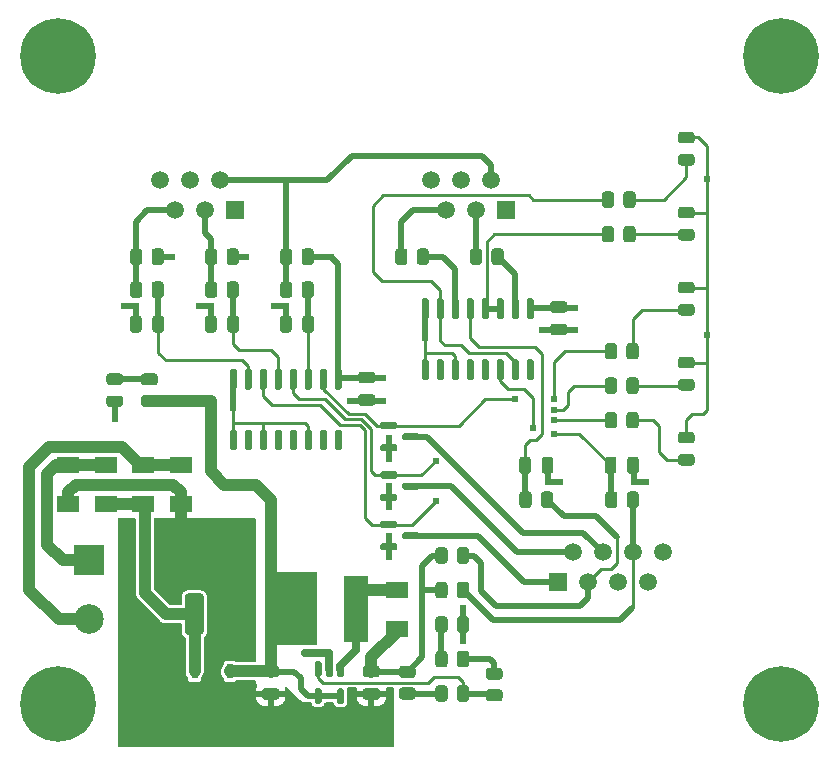
<source format=gtl>
G04 #@! TF.GenerationSoftware,KiCad,Pcbnew,6.0.2+dfsg-1*
G04 #@! TF.CreationDate,2024-05-29T15:37:31-06:00*
G04 #@! TF.ProjectId,mss-atlasadapter,6d73732d-6174-46c6-9173-616461707465,rev?*
G04 #@! TF.SameCoordinates,Original*
G04 #@! TF.FileFunction,Copper,L1,Top*
G04 #@! TF.FilePolarity,Positive*
%FSLAX46Y46*%
G04 Gerber Fmt 4.6, Leading zero omitted, Abs format (unit mm)*
G04 Created by KiCad (PCBNEW 6.0.2+dfsg-1) date 2024-05-29 15:37:31*
%MOMM*%
%LPD*%
G01*
G04 APERTURE LIST*
G04 #@! TA.AperFunction,ComponentPad*
%ADD10R,2.500000X2.500000*%
G04 #@! TD*
G04 #@! TA.AperFunction,ComponentPad*
%ADD11C,2.500000*%
G04 #@! TD*
G04 #@! TA.AperFunction,ComponentPad*
%ADD12C,6.400000*%
G04 #@! TD*
G04 #@! TA.AperFunction,SMDPad,CuDef*
%ADD13R,1.900000X1.400000*%
G04 #@! TD*
G04 #@! TA.AperFunction,SMDPad,CuDef*
%ADD14R,2.108200X5.562600*%
G04 #@! TD*
G04 #@! TA.AperFunction,ComponentPad*
%ADD15R,1.520000X1.520000*%
G04 #@! TD*
G04 #@! TA.AperFunction,ComponentPad*
%ADD16C,1.520000*%
G04 #@! TD*
G04 #@! TA.AperFunction,ComponentPad*
%ADD17R,1.500000X1.500000*%
G04 #@! TD*
G04 #@! TA.AperFunction,ComponentPad*
%ADD18C,1.500000*%
G04 #@! TD*
G04 #@! TA.AperFunction,SMDPad,CuDef*
%ADD19R,0.550000X1.300000*%
G04 #@! TD*
G04 #@! TA.AperFunction,ViaPad*
%ADD20C,0.609600*%
G04 #@! TD*
G04 #@! TA.AperFunction,Conductor*
%ADD21C,1.016000*%
G04 #@! TD*
G04 #@! TA.AperFunction,Conductor*
%ADD22C,0.508000*%
G04 #@! TD*
G04 #@! TA.AperFunction,Conductor*
%ADD23C,0.254000*%
G04 #@! TD*
G04 #@! TA.AperFunction,Conductor*
%ADD24C,0.635000*%
G04 #@! TD*
G04 APERTURE END LIST*
G04 #@! TA.AperFunction,SMDPad,CuDef*
G36*
G01*
X55405000Y-159332000D02*
X56355000Y-159332000D01*
G75*
G02*
X56605000Y-159582000I0J-250000D01*
G01*
X56605000Y-160082000D01*
G75*
G02*
X56355000Y-160332000I-250000J0D01*
G01*
X55405000Y-160332000D01*
G75*
G02*
X55155000Y-160082000I0J250000D01*
G01*
X55155000Y-159582000D01*
G75*
G02*
X55405000Y-159332000I250000J0D01*
G01*
G37*
G04 #@! TD.AperFunction*
G04 #@! TA.AperFunction,SMDPad,CuDef*
G36*
G01*
X55405000Y-161232000D02*
X56355000Y-161232000D01*
G75*
G02*
X56605000Y-161482000I0J-250000D01*
G01*
X56605000Y-161982000D01*
G75*
G02*
X56355000Y-162232000I-250000J0D01*
G01*
X55405000Y-162232000D01*
G75*
G02*
X55155000Y-161982000I0J250000D01*
G01*
X55155000Y-161482000D01*
G75*
G02*
X55405000Y-161232000I250000J0D01*
G01*
G37*
G04 #@! TD.AperFunction*
G04 #@! TA.AperFunction,SMDPad,CuDef*
G36*
G01*
X75791000Y-148151000D02*
X75791000Y-147251000D01*
G75*
G02*
X76041000Y-147001000I250000J0D01*
G01*
X76566000Y-147001000D01*
G75*
G02*
X76816000Y-147251000I0J-250000D01*
G01*
X76816000Y-148151000D01*
G75*
G02*
X76566000Y-148401000I-250000J0D01*
G01*
X76041000Y-148401000D01*
G75*
G02*
X75791000Y-148151000I0J250000D01*
G01*
G37*
G04 #@! TD.AperFunction*
G04 #@! TA.AperFunction,SMDPad,CuDef*
G36*
G01*
X77616000Y-148151000D02*
X77616000Y-147251000D01*
G75*
G02*
X77866000Y-147001000I250000J0D01*
G01*
X78391000Y-147001000D01*
G75*
G02*
X78641000Y-147251000I0J-250000D01*
G01*
X78641000Y-148151000D01*
G75*
G02*
X78391000Y-148401000I-250000J0D01*
G01*
X77866000Y-148401000D01*
G75*
G02*
X77616000Y-148151000I0J250000D01*
G01*
G37*
G04 #@! TD.AperFunction*
G04 #@! TA.AperFunction,SMDPad,CuDef*
G36*
G01*
X59759000Y-187099000D02*
X58859000Y-187099000D01*
G75*
G02*
X58609000Y-186849000I0J250000D01*
G01*
X58609000Y-186324000D01*
G75*
G02*
X58859000Y-186074000I250000J0D01*
G01*
X59759000Y-186074000D01*
G75*
G02*
X60009000Y-186324000I0J-250000D01*
G01*
X60009000Y-186849000D01*
G75*
G02*
X59759000Y-187099000I-250000J0D01*
G01*
G37*
G04 #@! TD.AperFunction*
G04 #@! TA.AperFunction,SMDPad,CuDef*
G36*
G01*
X59759000Y-185274000D02*
X58859000Y-185274000D01*
G75*
G02*
X58609000Y-185024000I0J250000D01*
G01*
X58609000Y-184499000D01*
G75*
G02*
X58859000Y-184249000I250000J0D01*
G01*
X59759000Y-184249000D01*
G75*
G02*
X60009000Y-184499000I0J-250000D01*
G01*
X60009000Y-185024000D01*
G75*
G02*
X59759000Y-185274000I-250000J0D01*
G01*
G37*
G04 #@! TD.AperFunction*
G04 #@! TA.AperFunction,SMDPad,CuDef*
G36*
G01*
X75791000Y-145230000D02*
X75791000Y-144330000D01*
G75*
G02*
X76041000Y-144080000I250000J0D01*
G01*
X76566000Y-144080000D01*
G75*
G02*
X76816000Y-144330000I0J-250000D01*
G01*
X76816000Y-145230000D01*
G75*
G02*
X76566000Y-145480000I-250000J0D01*
G01*
X76041000Y-145480000D01*
G75*
G02*
X75791000Y-145230000I0J250000D01*
G01*
G37*
G04 #@! TD.AperFunction*
G04 #@! TA.AperFunction,SMDPad,CuDef*
G36*
G01*
X77616000Y-145230000D02*
X77616000Y-144330000D01*
G75*
G02*
X77866000Y-144080000I250000J0D01*
G01*
X78391000Y-144080000D01*
G75*
G02*
X78641000Y-144330000I0J-250000D01*
G01*
X78641000Y-145230000D01*
G75*
G02*
X78391000Y-145480000I-250000J0D01*
G01*
X77866000Y-145480000D01*
G75*
G02*
X77616000Y-145230000I0J250000D01*
G01*
G37*
G04 #@! TD.AperFunction*
G04 #@! TA.AperFunction,SMDPad,CuDef*
G36*
G01*
X78918500Y-169730000D02*
X78918500Y-170630000D01*
G75*
G02*
X78668500Y-170880000I-250000J0D01*
G01*
X78143500Y-170880000D01*
G75*
G02*
X77893500Y-170630000I0J250000D01*
G01*
X77893500Y-169730000D01*
G75*
G02*
X78143500Y-169480000I250000J0D01*
G01*
X78668500Y-169480000D01*
G75*
G02*
X78918500Y-169730000I0J-250000D01*
G01*
G37*
G04 #@! TD.AperFunction*
G04 #@! TA.AperFunction,SMDPad,CuDef*
G36*
G01*
X77093500Y-169730000D02*
X77093500Y-170630000D01*
G75*
G02*
X76843500Y-170880000I-250000J0D01*
G01*
X76318500Y-170880000D01*
G75*
G02*
X76068500Y-170630000I0J250000D01*
G01*
X76068500Y-169730000D01*
G75*
G02*
X76318500Y-169480000I250000J0D01*
G01*
X76843500Y-169480000D01*
G75*
G02*
X77093500Y-169730000I0J-250000D01*
G01*
G37*
G04 #@! TD.AperFunction*
D10*
X32339000Y-175300000D03*
D11*
X32339000Y-180300000D03*
G04 #@! TA.AperFunction,SMDPad,CuDef*
G36*
G01*
X69573000Y-153141000D02*
X69873000Y-153141000D01*
G75*
G02*
X70023000Y-153291000I0J-150000D01*
G01*
X70023000Y-154741000D01*
G75*
G02*
X69873000Y-154891000I-150000J0D01*
G01*
X69573000Y-154891000D01*
G75*
G02*
X69423000Y-154741000I0J150000D01*
G01*
X69423000Y-153291000D01*
G75*
G02*
X69573000Y-153141000I150000J0D01*
G01*
G37*
G04 #@! TD.AperFunction*
G04 #@! TA.AperFunction,SMDPad,CuDef*
G36*
G01*
X68303000Y-153141000D02*
X68603000Y-153141000D01*
G75*
G02*
X68753000Y-153291000I0J-150000D01*
G01*
X68753000Y-154741000D01*
G75*
G02*
X68603000Y-154891000I-150000J0D01*
G01*
X68303000Y-154891000D01*
G75*
G02*
X68153000Y-154741000I0J150000D01*
G01*
X68153000Y-153291000D01*
G75*
G02*
X68303000Y-153141000I150000J0D01*
G01*
G37*
G04 #@! TD.AperFunction*
G04 #@! TA.AperFunction,SMDPad,CuDef*
G36*
G01*
X67033000Y-153141000D02*
X67333000Y-153141000D01*
G75*
G02*
X67483000Y-153291000I0J-150000D01*
G01*
X67483000Y-154741000D01*
G75*
G02*
X67333000Y-154891000I-150000J0D01*
G01*
X67033000Y-154891000D01*
G75*
G02*
X66883000Y-154741000I0J150000D01*
G01*
X66883000Y-153291000D01*
G75*
G02*
X67033000Y-153141000I150000J0D01*
G01*
G37*
G04 #@! TD.AperFunction*
G04 #@! TA.AperFunction,SMDPad,CuDef*
G36*
G01*
X65763000Y-153141000D02*
X66063000Y-153141000D01*
G75*
G02*
X66213000Y-153291000I0J-150000D01*
G01*
X66213000Y-154741000D01*
G75*
G02*
X66063000Y-154891000I-150000J0D01*
G01*
X65763000Y-154891000D01*
G75*
G02*
X65613000Y-154741000I0J150000D01*
G01*
X65613000Y-153291000D01*
G75*
G02*
X65763000Y-153141000I150000J0D01*
G01*
G37*
G04 #@! TD.AperFunction*
G04 #@! TA.AperFunction,SMDPad,CuDef*
G36*
G01*
X64493000Y-153141000D02*
X64793000Y-153141000D01*
G75*
G02*
X64943000Y-153291000I0J-150000D01*
G01*
X64943000Y-154741000D01*
G75*
G02*
X64793000Y-154891000I-150000J0D01*
G01*
X64493000Y-154891000D01*
G75*
G02*
X64343000Y-154741000I0J150000D01*
G01*
X64343000Y-153291000D01*
G75*
G02*
X64493000Y-153141000I150000J0D01*
G01*
G37*
G04 #@! TD.AperFunction*
G04 #@! TA.AperFunction,SMDPad,CuDef*
G36*
G01*
X63223000Y-153141000D02*
X63523000Y-153141000D01*
G75*
G02*
X63673000Y-153291000I0J-150000D01*
G01*
X63673000Y-154741000D01*
G75*
G02*
X63523000Y-154891000I-150000J0D01*
G01*
X63223000Y-154891000D01*
G75*
G02*
X63073000Y-154741000I0J150000D01*
G01*
X63073000Y-153291000D01*
G75*
G02*
X63223000Y-153141000I150000J0D01*
G01*
G37*
G04 #@! TD.AperFunction*
G04 #@! TA.AperFunction,SMDPad,CuDef*
G36*
G01*
X61953000Y-153141000D02*
X62253000Y-153141000D01*
G75*
G02*
X62403000Y-153291000I0J-150000D01*
G01*
X62403000Y-154741000D01*
G75*
G02*
X62253000Y-154891000I-150000J0D01*
G01*
X61953000Y-154891000D01*
G75*
G02*
X61803000Y-154741000I0J150000D01*
G01*
X61803000Y-153291000D01*
G75*
G02*
X61953000Y-153141000I150000J0D01*
G01*
G37*
G04 #@! TD.AperFunction*
G04 #@! TA.AperFunction,SMDPad,CuDef*
G36*
G01*
X60683000Y-153141000D02*
X60983000Y-153141000D01*
G75*
G02*
X61133000Y-153291000I0J-150000D01*
G01*
X61133000Y-154741000D01*
G75*
G02*
X60983000Y-154891000I-150000J0D01*
G01*
X60683000Y-154891000D01*
G75*
G02*
X60533000Y-154741000I0J150000D01*
G01*
X60533000Y-153291000D01*
G75*
G02*
X60683000Y-153141000I150000J0D01*
G01*
G37*
G04 #@! TD.AperFunction*
G04 #@! TA.AperFunction,SMDPad,CuDef*
G36*
G01*
X60683000Y-158291000D02*
X60983000Y-158291000D01*
G75*
G02*
X61133000Y-158441000I0J-150000D01*
G01*
X61133000Y-159891000D01*
G75*
G02*
X60983000Y-160041000I-150000J0D01*
G01*
X60683000Y-160041000D01*
G75*
G02*
X60533000Y-159891000I0J150000D01*
G01*
X60533000Y-158441000D01*
G75*
G02*
X60683000Y-158291000I150000J0D01*
G01*
G37*
G04 #@! TD.AperFunction*
G04 #@! TA.AperFunction,SMDPad,CuDef*
G36*
G01*
X61953000Y-158291000D02*
X62253000Y-158291000D01*
G75*
G02*
X62403000Y-158441000I0J-150000D01*
G01*
X62403000Y-159891000D01*
G75*
G02*
X62253000Y-160041000I-150000J0D01*
G01*
X61953000Y-160041000D01*
G75*
G02*
X61803000Y-159891000I0J150000D01*
G01*
X61803000Y-158441000D01*
G75*
G02*
X61953000Y-158291000I150000J0D01*
G01*
G37*
G04 #@! TD.AperFunction*
G04 #@! TA.AperFunction,SMDPad,CuDef*
G36*
G01*
X63223000Y-158291000D02*
X63523000Y-158291000D01*
G75*
G02*
X63673000Y-158441000I0J-150000D01*
G01*
X63673000Y-159891000D01*
G75*
G02*
X63523000Y-160041000I-150000J0D01*
G01*
X63223000Y-160041000D01*
G75*
G02*
X63073000Y-159891000I0J150000D01*
G01*
X63073000Y-158441000D01*
G75*
G02*
X63223000Y-158291000I150000J0D01*
G01*
G37*
G04 #@! TD.AperFunction*
G04 #@! TA.AperFunction,SMDPad,CuDef*
G36*
G01*
X64493000Y-158291000D02*
X64793000Y-158291000D01*
G75*
G02*
X64943000Y-158441000I0J-150000D01*
G01*
X64943000Y-159891000D01*
G75*
G02*
X64793000Y-160041000I-150000J0D01*
G01*
X64493000Y-160041000D01*
G75*
G02*
X64343000Y-159891000I0J150000D01*
G01*
X64343000Y-158441000D01*
G75*
G02*
X64493000Y-158291000I150000J0D01*
G01*
G37*
G04 #@! TD.AperFunction*
G04 #@! TA.AperFunction,SMDPad,CuDef*
G36*
G01*
X65763000Y-158291000D02*
X66063000Y-158291000D01*
G75*
G02*
X66213000Y-158441000I0J-150000D01*
G01*
X66213000Y-159891000D01*
G75*
G02*
X66063000Y-160041000I-150000J0D01*
G01*
X65763000Y-160041000D01*
G75*
G02*
X65613000Y-159891000I0J150000D01*
G01*
X65613000Y-158441000D01*
G75*
G02*
X65763000Y-158291000I150000J0D01*
G01*
G37*
G04 #@! TD.AperFunction*
G04 #@! TA.AperFunction,SMDPad,CuDef*
G36*
G01*
X67033000Y-158291000D02*
X67333000Y-158291000D01*
G75*
G02*
X67483000Y-158441000I0J-150000D01*
G01*
X67483000Y-159891000D01*
G75*
G02*
X67333000Y-160041000I-150000J0D01*
G01*
X67033000Y-160041000D01*
G75*
G02*
X66883000Y-159891000I0J150000D01*
G01*
X66883000Y-158441000D01*
G75*
G02*
X67033000Y-158291000I150000J0D01*
G01*
G37*
G04 #@! TD.AperFunction*
G04 #@! TA.AperFunction,SMDPad,CuDef*
G36*
G01*
X68303000Y-158291000D02*
X68603000Y-158291000D01*
G75*
G02*
X68753000Y-158441000I0J-150000D01*
G01*
X68753000Y-159891000D01*
G75*
G02*
X68603000Y-160041000I-150000J0D01*
G01*
X68303000Y-160041000D01*
G75*
G02*
X68153000Y-159891000I0J150000D01*
G01*
X68153000Y-158441000D01*
G75*
G02*
X68303000Y-158291000I150000J0D01*
G01*
G37*
G04 #@! TD.AperFunction*
G04 #@! TA.AperFunction,SMDPad,CuDef*
G36*
G01*
X69573000Y-158291000D02*
X69873000Y-158291000D01*
G75*
G02*
X70023000Y-158441000I0J-150000D01*
G01*
X70023000Y-159891000D01*
G75*
G02*
X69873000Y-160041000I-150000J0D01*
G01*
X69573000Y-160041000D01*
G75*
G02*
X69423000Y-159891000I0J150000D01*
G01*
X69423000Y-158441000D01*
G75*
G02*
X69573000Y-158291000I150000J0D01*
G01*
G37*
G04 #@! TD.AperFunction*
G04 #@! TA.AperFunction,SMDPad,CuDef*
G36*
G01*
X76045000Y-158057000D02*
X76045000Y-157157000D01*
G75*
G02*
X76295000Y-156907000I250000J0D01*
G01*
X76820000Y-156907000D01*
G75*
G02*
X77070000Y-157157000I0J-250000D01*
G01*
X77070000Y-158057000D01*
G75*
G02*
X76820000Y-158307000I-250000J0D01*
G01*
X76295000Y-158307000D01*
G75*
G02*
X76045000Y-158057000I0J250000D01*
G01*
G37*
G04 #@! TD.AperFunction*
G04 #@! TA.AperFunction,SMDPad,CuDef*
G36*
G01*
X77870000Y-158057000D02*
X77870000Y-157157000D01*
G75*
G02*
X78120000Y-156907000I250000J0D01*
G01*
X78645000Y-156907000D01*
G75*
G02*
X78895000Y-157157000I0J-250000D01*
G01*
X78895000Y-158057000D01*
G75*
G02*
X78645000Y-158307000I-250000J0D01*
G01*
X78120000Y-158307000D01*
G75*
G02*
X77870000Y-158057000I0J250000D01*
G01*
G37*
G04 #@! TD.AperFunction*
G04 #@! TA.AperFunction,SMDPad,CuDef*
G36*
G01*
X71661000Y-153363000D02*
X72611000Y-153363000D01*
G75*
G02*
X72861000Y-153613000I0J-250000D01*
G01*
X72861000Y-154113000D01*
G75*
G02*
X72611000Y-154363000I-250000J0D01*
G01*
X71661000Y-154363000D01*
G75*
G02*
X71411000Y-154113000I0J250000D01*
G01*
X71411000Y-153613000D01*
G75*
G02*
X71661000Y-153363000I250000J0D01*
G01*
G37*
G04 #@! TD.AperFunction*
G04 #@! TA.AperFunction,SMDPad,CuDef*
G36*
G01*
X71661000Y-155263000D02*
X72611000Y-155263000D01*
G75*
G02*
X72861000Y-155513000I0J-250000D01*
G01*
X72861000Y-156013000D01*
G75*
G02*
X72611000Y-156263000I-250000J0D01*
G01*
X71661000Y-156263000D01*
G75*
G02*
X71411000Y-156013000I0J250000D01*
G01*
X71411000Y-155513000D01*
G75*
G02*
X71661000Y-155263000I250000J0D01*
G01*
G37*
G04 #@! TD.AperFunction*
G04 #@! TA.AperFunction,SMDPad,CuDef*
G36*
G01*
X61138500Y-149156000D02*
X61138500Y-150056000D01*
G75*
G02*
X60888500Y-150306000I-250000J0D01*
G01*
X60363500Y-150306000D01*
G75*
G02*
X60113500Y-150056000I0J250000D01*
G01*
X60113500Y-149156000D01*
G75*
G02*
X60363500Y-148906000I250000J0D01*
G01*
X60888500Y-148906000D01*
G75*
G02*
X61138500Y-149156000I0J-250000D01*
G01*
G37*
G04 #@! TD.AperFunction*
G04 #@! TA.AperFunction,SMDPad,CuDef*
G36*
G01*
X59313500Y-149156000D02*
X59313500Y-150056000D01*
G75*
G02*
X59063500Y-150306000I-250000J0D01*
G01*
X58538500Y-150306000D01*
G75*
G02*
X58288500Y-150056000I0J250000D01*
G01*
X58288500Y-149156000D01*
G75*
G02*
X58538500Y-148906000I250000J0D01*
G01*
X59063500Y-148906000D01*
G75*
G02*
X59313500Y-149156000I0J-250000D01*
G01*
G37*
G04 #@! TD.AperFunction*
D12*
X90932000Y-187452000D03*
G04 #@! TA.AperFunction,SMDPad,CuDef*
G36*
G01*
X45047000Y-149156000D02*
X45047000Y-150056000D01*
G75*
G02*
X44797000Y-150306000I-250000J0D01*
G01*
X44272000Y-150306000D01*
G75*
G02*
X44022000Y-150056000I0J250000D01*
G01*
X44022000Y-149156000D01*
G75*
G02*
X44272000Y-148906000I250000J0D01*
G01*
X44797000Y-148906000D01*
G75*
G02*
X45047000Y-149156000I0J-250000D01*
G01*
G37*
G04 #@! TD.AperFunction*
G04 #@! TA.AperFunction,SMDPad,CuDef*
G36*
G01*
X43222000Y-149156000D02*
X43222000Y-150056000D01*
G75*
G02*
X42972000Y-150306000I-250000J0D01*
G01*
X42447000Y-150306000D01*
G75*
G02*
X42197000Y-150056000I0J250000D01*
G01*
X42197000Y-149156000D01*
G75*
G02*
X42447000Y-148906000I250000J0D01*
G01*
X42972000Y-148906000D01*
G75*
G02*
X43222000Y-149156000I0J-250000D01*
G01*
G37*
G04 #@! TD.AperFunction*
D13*
X40132000Y-167260000D03*
X40132000Y-170560000D03*
X58420000Y-181101000D03*
X58420000Y-177801000D03*
D14*
X50406300Y-179451000D03*
X55003700Y-179451000D03*
G04 #@! TA.AperFunction,SMDPad,CuDef*
G36*
G01*
X56999000Y-168237000D02*
X56999000Y-167937000D01*
G75*
G02*
X57149000Y-167787000I150000J0D01*
G01*
X58324000Y-167787000D01*
G75*
G02*
X58474000Y-167937000I0J-150000D01*
G01*
X58474000Y-168237000D01*
G75*
G02*
X58324000Y-168387000I-150000J0D01*
G01*
X57149000Y-168387000D01*
G75*
G02*
X56999000Y-168237000I0J150000D01*
G01*
G37*
G04 #@! TD.AperFunction*
G04 #@! TA.AperFunction,SMDPad,CuDef*
G36*
G01*
X56999000Y-170137000D02*
X56999000Y-169837000D01*
G75*
G02*
X57149000Y-169687000I150000J0D01*
G01*
X58324000Y-169687000D01*
G75*
G02*
X58474000Y-169837000I0J-150000D01*
G01*
X58474000Y-170137000D01*
G75*
G02*
X58324000Y-170287000I-150000J0D01*
G01*
X57149000Y-170287000D01*
G75*
G02*
X56999000Y-170137000I0J150000D01*
G01*
G37*
G04 #@! TD.AperFunction*
G04 #@! TA.AperFunction,SMDPad,CuDef*
G36*
G01*
X58874000Y-169187000D02*
X58874000Y-168887000D01*
G75*
G02*
X59024000Y-168737000I150000J0D01*
G01*
X60199000Y-168737000D01*
G75*
G02*
X60349000Y-168887000I0J-150000D01*
G01*
X60349000Y-169187000D01*
G75*
G02*
X60199000Y-169337000I-150000J0D01*
G01*
X59024000Y-169337000D01*
G75*
G02*
X58874000Y-169187000I0J150000D01*
G01*
G37*
G04 #@! TD.AperFunction*
G04 #@! TA.AperFunction,SMDPad,CuDef*
G36*
G01*
X38722000Y-154846000D02*
X38722000Y-155796000D01*
G75*
G02*
X38472000Y-156046000I-250000J0D01*
G01*
X37972000Y-156046000D01*
G75*
G02*
X37722000Y-155796000I0J250000D01*
G01*
X37722000Y-154846000D01*
G75*
G02*
X37972000Y-154596000I250000J0D01*
G01*
X38472000Y-154596000D01*
G75*
G02*
X38722000Y-154846000I0J-250000D01*
G01*
G37*
G04 #@! TD.AperFunction*
G04 #@! TA.AperFunction,SMDPad,CuDef*
G36*
G01*
X36822000Y-154846000D02*
X36822000Y-155796000D01*
G75*
G02*
X36572000Y-156046000I-250000J0D01*
G01*
X36072000Y-156046000D01*
G75*
G02*
X35822000Y-155796000I0J250000D01*
G01*
X35822000Y-154846000D01*
G75*
G02*
X36072000Y-154596000I250000J0D01*
G01*
X36572000Y-154596000D01*
G75*
G02*
X36822000Y-154846000I0J-250000D01*
G01*
G37*
G04 #@! TD.AperFunction*
G04 #@! TA.AperFunction,SMDPad,CuDef*
G36*
G01*
X67465000Y-149156000D02*
X67465000Y-150056000D01*
G75*
G02*
X67215000Y-150306000I-250000J0D01*
G01*
X66690000Y-150306000D01*
G75*
G02*
X66440000Y-150056000I0J250000D01*
G01*
X66440000Y-149156000D01*
G75*
G02*
X66690000Y-148906000I250000J0D01*
G01*
X67215000Y-148906000D01*
G75*
G02*
X67465000Y-149156000I0J-250000D01*
G01*
G37*
G04 #@! TD.AperFunction*
G04 #@! TA.AperFunction,SMDPad,CuDef*
G36*
G01*
X65640000Y-149156000D02*
X65640000Y-150056000D01*
G75*
G02*
X65390000Y-150306000I-250000J0D01*
G01*
X64865000Y-150306000D01*
G75*
G02*
X64615000Y-150056000I0J250000D01*
G01*
X64615000Y-149156000D01*
G75*
G02*
X64865000Y-148906000I250000J0D01*
G01*
X65390000Y-148906000D01*
G75*
G02*
X65640000Y-149156000I0J-250000D01*
G01*
G37*
G04 #@! TD.AperFunction*
G04 #@! TA.AperFunction,SMDPad,CuDef*
G36*
G01*
X64544000Y-177377000D02*
X64544000Y-178277000D01*
G75*
G02*
X64294000Y-178527000I-250000J0D01*
G01*
X63769000Y-178527000D01*
G75*
G02*
X63519000Y-178277000I0J250000D01*
G01*
X63519000Y-177377000D01*
G75*
G02*
X63769000Y-177127000I250000J0D01*
G01*
X64294000Y-177127000D01*
G75*
G02*
X64544000Y-177377000I0J-250000D01*
G01*
G37*
G04 #@! TD.AperFunction*
G04 #@! TA.AperFunction,SMDPad,CuDef*
G36*
G01*
X62719000Y-177377000D02*
X62719000Y-178277000D01*
G75*
G02*
X62469000Y-178527000I-250000J0D01*
G01*
X61944000Y-178527000D01*
G75*
G02*
X61694000Y-178277000I0J250000D01*
G01*
X61694000Y-177377000D01*
G75*
G02*
X61944000Y-177127000I250000J0D01*
G01*
X62469000Y-177127000D01*
G75*
G02*
X62719000Y-177377000I0J-250000D01*
G01*
G37*
G04 #@! TD.AperFunction*
G04 #@! TA.AperFunction,SMDPad,CuDef*
G36*
G01*
X56999000Y-172428000D02*
X56999000Y-172128000D01*
G75*
G02*
X57149000Y-171978000I150000J0D01*
G01*
X58324000Y-171978000D01*
G75*
G02*
X58474000Y-172128000I0J-150000D01*
G01*
X58474000Y-172428000D01*
G75*
G02*
X58324000Y-172578000I-150000J0D01*
G01*
X57149000Y-172578000D01*
G75*
G02*
X56999000Y-172428000I0J150000D01*
G01*
G37*
G04 #@! TD.AperFunction*
G04 #@! TA.AperFunction,SMDPad,CuDef*
G36*
G01*
X56999000Y-174328000D02*
X56999000Y-174028000D01*
G75*
G02*
X57149000Y-173878000I150000J0D01*
G01*
X58324000Y-173878000D01*
G75*
G02*
X58474000Y-174028000I0J-150000D01*
G01*
X58474000Y-174328000D01*
G75*
G02*
X58324000Y-174478000I-150000J0D01*
G01*
X57149000Y-174478000D01*
G75*
G02*
X56999000Y-174328000I0J150000D01*
G01*
G37*
G04 #@! TD.AperFunction*
G04 #@! TA.AperFunction,SMDPad,CuDef*
G36*
G01*
X58874000Y-173378000D02*
X58874000Y-173078000D01*
G75*
G02*
X59024000Y-172928000I150000J0D01*
G01*
X60199000Y-172928000D01*
G75*
G02*
X60349000Y-173078000I0J-150000D01*
G01*
X60349000Y-173378000D01*
G75*
G02*
X60199000Y-173528000I-150000J0D01*
G01*
X59024000Y-173528000D01*
G75*
G02*
X58874000Y-173378000I0J150000D01*
G01*
G37*
G04 #@! TD.AperFunction*
D15*
X44699000Y-145692000D03*
D16*
X43429000Y-143152000D03*
X42159000Y-145692000D03*
X40889000Y-143152000D03*
X39619000Y-145692000D03*
X38349000Y-143152000D03*
D12*
X90932000Y-132588000D03*
G04 #@! TA.AperFunction,SMDPad,CuDef*
G36*
G01*
X53505000Y-183874000D02*
X53805000Y-183874000D01*
G75*
G02*
X53955000Y-184024000I0J-150000D01*
G01*
X53955000Y-185049000D01*
G75*
G02*
X53805000Y-185199000I-150000J0D01*
G01*
X53505000Y-185199000D01*
G75*
G02*
X53355000Y-185049000I0J150000D01*
G01*
X53355000Y-184024000D01*
G75*
G02*
X53505000Y-183874000I150000J0D01*
G01*
G37*
G04 #@! TD.AperFunction*
G04 #@! TA.AperFunction,SMDPad,CuDef*
G36*
G01*
X52555000Y-183874000D02*
X52855000Y-183874000D01*
G75*
G02*
X53005000Y-184024000I0J-150000D01*
G01*
X53005000Y-185049000D01*
G75*
G02*
X52855000Y-185199000I-150000J0D01*
G01*
X52555000Y-185199000D01*
G75*
G02*
X52405000Y-185049000I0J150000D01*
G01*
X52405000Y-184024000D01*
G75*
G02*
X52555000Y-183874000I150000J0D01*
G01*
G37*
G04 #@! TD.AperFunction*
G04 #@! TA.AperFunction,SMDPad,CuDef*
G36*
G01*
X51605000Y-183874000D02*
X51905000Y-183874000D01*
G75*
G02*
X52055000Y-184024000I0J-150000D01*
G01*
X52055000Y-185049000D01*
G75*
G02*
X51905000Y-185199000I-150000J0D01*
G01*
X51605000Y-185199000D01*
G75*
G02*
X51455000Y-185049000I0J150000D01*
G01*
X51455000Y-184024000D01*
G75*
G02*
X51605000Y-183874000I150000J0D01*
G01*
G37*
G04 #@! TD.AperFunction*
G04 #@! TA.AperFunction,SMDPad,CuDef*
G36*
G01*
X51605000Y-186149000D02*
X51905000Y-186149000D01*
G75*
G02*
X52055000Y-186299000I0J-150000D01*
G01*
X52055000Y-187324000D01*
G75*
G02*
X51905000Y-187474000I-150000J0D01*
G01*
X51605000Y-187474000D01*
G75*
G02*
X51455000Y-187324000I0J150000D01*
G01*
X51455000Y-186299000D01*
G75*
G02*
X51605000Y-186149000I150000J0D01*
G01*
G37*
G04 #@! TD.AperFunction*
G04 #@! TA.AperFunction,SMDPad,CuDef*
G36*
G01*
X53505000Y-186149000D02*
X53805000Y-186149000D01*
G75*
G02*
X53955000Y-186299000I0J-150000D01*
G01*
X53955000Y-187324000D01*
G75*
G02*
X53805000Y-187474000I-150000J0D01*
G01*
X53505000Y-187474000D01*
G75*
G02*
X53355000Y-187324000I0J150000D01*
G01*
X53355000Y-186299000D01*
G75*
G02*
X53505000Y-186149000I150000J0D01*
G01*
G37*
G04 #@! TD.AperFunction*
G04 #@! TA.AperFunction,SMDPad,CuDef*
G36*
G01*
X82474750Y-151737000D02*
X83387250Y-151737000D01*
G75*
G02*
X83631000Y-151980750I0J-243750D01*
G01*
X83631000Y-152468250D01*
G75*
G02*
X83387250Y-152712000I-243750J0D01*
G01*
X82474750Y-152712000D01*
G75*
G02*
X82231000Y-152468250I0J243750D01*
G01*
X82231000Y-151980750D01*
G75*
G02*
X82474750Y-151737000I243750J0D01*
G01*
G37*
G04 #@! TD.AperFunction*
G04 #@! TA.AperFunction,SMDPad,CuDef*
G36*
G01*
X82474750Y-153612000D02*
X83387250Y-153612000D01*
G75*
G02*
X83631000Y-153855750I0J-243750D01*
G01*
X83631000Y-154343250D01*
G75*
G02*
X83387250Y-154587000I-243750J0D01*
G01*
X82474750Y-154587000D01*
G75*
G02*
X82231000Y-154343250I0J243750D01*
G01*
X82231000Y-153855750D01*
G75*
G02*
X82474750Y-153612000I243750J0D01*
G01*
G37*
G04 #@! TD.AperFunction*
G04 #@! TA.AperFunction,SMDPad,CuDef*
G36*
G01*
X55786000Y-184224000D02*
X56736000Y-184224000D01*
G75*
G02*
X56986000Y-184474000I0J-250000D01*
G01*
X56986000Y-184974000D01*
G75*
G02*
X56736000Y-185224000I-250000J0D01*
G01*
X55786000Y-185224000D01*
G75*
G02*
X55536000Y-184974000I0J250000D01*
G01*
X55536000Y-184474000D01*
G75*
G02*
X55786000Y-184224000I250000J0D01*
G01*
G37*
G04 #@! TD.AperFunction*
G04 #@! TA.AperFunction,SMDPad,CuDef*
G36*
G01*
X55786000Y-186124000D02*
X56736000Y-186124000D01*
G75*
G02*
X56986000Y-186374000I0J-250000D01*
G01*
X56986000Y-186874000D01*
G75*
G02*
X56736000Y-187124000I-250000J0D01*
G01*
X55786000Y-187124000D01*
G75*
G02*
X55536000Y-186874000I0J250000D01*
G01*
X55536000Y-186374000D01*
G75*
G02*
X55786000Y-186124000I250000J0D01*
G01*
G37*
G04 #@! TD.AperFunction*
D17*
X72044500Y-177145000D03*
D18*
X73314500Y-174605000D03*
X74584500Y-177145000D03*
X75854500Y-174605000D03*
X77124500Y-177145000D03*
X78394500Y-174605000D03*
X79664500Y-177145000D03*
X80934500Y-174605000D03*
G04 #@! TA.AperFunction,SMDPad,CuDef*
G36*
G01*
X35847000Y-152850000D02*
X35847000Y-151950000D01*
G75*
G02*
X36097000Y-151700000I250000J0D01*
G01*
X36622000Y-151700000D01*
G75*
G02*
X36872000Y-151950000I0J-250000D01*
G01*
X36872000Y-152850000D01*
G75*
G02*
X36622000Y-153100000I-250000J0D01*
G01*
X36097000Y-153100000D01*
G75*
G02*
X35847000Y-152850000I0J250000D01*
G01*
G37*
G04 #@! TD.AperFunction*
G04 #@! TA.AperFunction,SMDPad,CuDef*
G36*
G01*
X37672000Y-152850000D02*
X37672000Y-151950000D01*
G75*
G02*
X37922000Y-151700000I250000J0D01*
G01*
X38447000Y-151700000D01*
G75*
G02*
X38697000Y-151950000I0J-250000D01*
G01*
X38697000Y-152850000D01*
G75*
G02*
X38447000Y-153100000I-250000J0D01*
G01*
X37922000Y-153100000D01*
G75*
G02*
X37672000Y-152850000I0J250000D01*
G01*
G37*
G04 #@! TD.AperFunction*
G04 #@! TA.AperFunction,SMDPad,CuDef*
G36*
G01*
X56999000Y-164046000D02*
X56999000Y-163746000D01*
G75*
G02*
X57149000Y-163596000I150000J0D01*
G01*
X58324000Y-163596000D01*
G75*
G02*
X58474000Y-163746000I0J-150000D01*
G01*
X58474000Y-164046000D01*
G75*
G02*
X58324000Y-164196000I-150000J0D01*
G01*
X57149000Y-164196000D01*
G75*
G02*
X56999000Y-164046000I0J150000D01*
G01*
G37*
G04 #@! TD.AperFunction*
G04 #@! TA.AperFunction,SMDPad,CuDef*
G36*
G01*
X56999000Y-165946000D02*
X56999000Y-165646000D01*
G75*
G02*
X57149000Y-165496000I150000J0D01*
G01*
X58324000Y-165496000D01*
G75*
G02*
X58474000Y-165646000I0J-150000D01*
G01*
X58474000Y-165946000D01*
G75*
G02*
X58324000Y-166096000I-150000J0D01*
G01*
X57149000Y-166096000D01*
G75*
G02*
X56999000Y-165946000I0J150000D01*
G01*
G37*
G04 #@! TD.AperFunction*
G04 #@! TA.AperFunction,SMDPad,CuDef*
G36*
G01*
X58874000Y-164996000D02*
X58874000Y-164696000D01*
G75*
G02*
X59024000Y-164546000I150000J0D01*
G01*
X60199000Y-164546000D01*
G75*
G02*
X60349000Y-164696000I0J-150000D01*
G01*
X60349000Y-164996000D01*
G75*
G02*
X60199000Y-165146000I-150000J0D01*
G01*
X59024000Y-165146000D01*
G75*
G02*
X58874000Y-164996000I0J150000D01*
G01*
G37*
G04 #@! TD.AperFunction*
G04 #@! TA.AperFunction,SMDPad,CuDef*
G36*
G01*
X76045000Y-163899000D02*
X76045000Y-162999000D01*
G75*
G02*
X76295000Y-162749000I250000J0D01*
G01*
X76820000Y-162749000D01*
G75*
G02*
X77070000Y-162999000I0J-250000D01*
G01*
X77070000Y-163899000D01*
G75*
G02*
X76820000Y-164149000I-250000J0D01*
G01*
X76295000Y-164149000D01*
G75*
G02*
X76045000Y-163899000I0J250000D01*
G01*
G37*
G04 #@! TD.AperFunction*
G04 #@! TA.AperFunction,SMDPad,CuDef*
G36*
G01*
X77870000Y-163899000D02*
X77870000Y-162999000D01*
G75*
G02*
X78120000Y-162749000I250000J0D01*
G01*
X78645000Y-162749000D01*
G75*
G02*
X78895000Y-162999000I0J-250000D01*
G01*
X78895000Y-163899000D01*
G75*
G02*
X78645000Y-164149000I-250000J0D01*
G01*
X78120000Y-164149000D01*
G75*
G02*
X77870000Y-163899000I0J250000D01*
G01*
G37*
G04 #@! TD.AperFunction*
G04 #@! TA.AperFunction,SMDPad,CuDef*
G36*
G01*
X68781000Y-167734000D02*
X68781000Y-166784000D01*
G75*
G02*
X69031000Y-166534000I250000J0D01*
G01*
X69531000Y-166534000D01*
G75*
G02*
X69781000Y-166784000I0J-250000D01*
G01*
X69781000Y-167734000D01*
G75*
G02*
X69531000Y-167984000I-250000J0D01*
G01*
X69031000Y-167984000D01*
G75*
G02*
X68781000Y-167734000I0J250000D01*
G01*
G37*
G04 #@! TD.AperFunction*
G04 #@! TA.AperFunction,SMDPad,CuDef*
G36*
G01*
X70681000Y-167734000D02*
X70681000Y-166784000D01*
G75*
G02*
X70931000Y-166534000I250000J0D01*
G01*
X71431000Y-166534000D01*
G75*
G02*
X71681000Y-166784000I0J-250000D01*
G01*
X71681000Y-167734000D01*
G75*
G02*
X71431000Y-167984000I-250000J0D01*
G01*
X70931000Y-167984000D01*
G75*
G02*
X70681000Y-167734000I0J250000D01*
G01*
G37*
G04 #@! TD.AperFunction*
D19*
X44299000Y-184697500D03*
G04 #@! TA.AperFunction,SMDPad,CuDef*
G36*
X41874000Y-188647500D02*
G01*
X41874000Y-186047500D01*
X42399000Y-185522500D01*
X42399000Y-184047500D01*
X43199000Y-184047500D01*
X43199000Y-185522500D01*
X43724000Y-186047500D01*
X43724000Y-188647500D01*
X41874000Y-188647500D01*
G37*
G04 #@! TD.AperFunction*
X41299000Y-184697500D03*
G04 #@! TA.AperFunction,SMDPad,CuDef*
G36*
G01*
X82474750Y-164437000D02*
X83387250Y-164437000D01*
G75*
G02*
X83631000Y-164680750I0J-243750D01*
G01*
X83631000Y-165168250D01*
G75*
G02*
X83387250Y-165412000I-243750J0D01*
G01*
X82474750Y-165412000D01*
G75*
G02*
X82231000Y-165168250I0J243750D01*
G01*
X82231000Y-164680750D01*
G75*
G02*
X82474750Y-164437000I243750J0D01*
G01*
G37*
G04 #@! TD.AperFunction*
G04 #@! TA.AperFunction,SMDPad,CuDef*
G36*
G01*
X82474750Y-166312000D02*
X83387250Y-166312000D01*
G75*
G02*
X83631000Y-166555750I0J-243750D01*
G01*
X83631000Y-167043250D01*
G75*
G02*
X83387250Y-167287000I-243750J0D01*
G01*
X82474750Y-167287000D01*
G75*
G02*
X82231000Y-167043250I0J243750D01*
G01*
X82231000Y-166555750D01*
G75*
G02*
X82474750Y-166312000I243750J0D01*
G01*
G37*
G04 #@! TD.AperFunction*
G04 #@! TA.AperFunction,SMDPad,CuDef*
G36*
G01*
X47277000Y-184224000D02*
X48227000Y-184224000D01*
G75*
G02*
X48477000Y-184474000I0J-250000D01*
G01*
X48477000Y-184974000D01*
G75*
G02*
X48227000Y-185224000I-250000J0D01*
G01*
X47277000Y-185224000D01*
G75*
G02*
X47027000Y-184974000I0J250000D01*
G01*
X47027000Y-184474000D01*
G75*
G02*
X47277000Y-184224000I250000J0D01*
G01*
G37*
G04 #@! TD.AperFunction*
G04 #@! TA.AperFunction,SMDPad,CuDef*
G36*
G01*
X47277000Y-186124000D02*
X48227000Y-186124000D01*
G75*
G02*
X48477000Y-186374000I0J-250000D01*
G01*
X48477000Y-186874000D01*
G75*
G02*
X48227000Y-187124000I-250000J0D01*
G01*
X47277000Y-187124000D01*
G75*
G02*
X47027000Y-186874000I0J250000D01*
G01*
X47027000Y-186374000D01*
G75*
G02*
X47277000Y-186124000I250000J0D01*
G01*
G37*
G04 #@! TD.AperFunction*
G04 #@! TA.AperFunction,SMDPad,CuDef*
G36*
G01*
X41825000Y-181615000D02*
X40725000Y-181615000D01*
G75*
G02*
X40475000Y-181365000I0J250000D01*
G01*
X40475000Y-178365000D01*
G75*
G02*
X40725000Y-178115000I250000J0D01*
G01*
X41825000Y-178115000D01*
G75*
G02*
X42075000Y-178365000I0J-250000D01*
G01*
X42075000Y-181365000D01*
G75*
G02*
X41825000Y-181615000I-250000J0D01*
G01*
G37*
G04 #@! TD.AperFunction*
G04 #@! TA.AperFunction,SMDPad,CuDef*
G36*
G01*
X41825000Y-176215000D02*
X40725000Y-176215000D01*
G75*
G02*
X40475000Y-175965000I0J250000D01*
G01*
X40475000Y-172965000D01*
G75*
G02*
X40725000Y-172715000I250000J0D01*
G01*
X41825000Y-172715000D01*
G75*
G02*
X42075000Y-172965000I0J-250000D01*
G01*
X42075000Y-175965000D01*
G75*
G02*
X41825000Y-176215000I-250000J0D01*
G01*
G37*
G04 #@! TD.AperFunction*
D13*
X30607000Y-167260000D03*
X30607000Y-170560000D03*
D12*
X29718000Y-187452000D03*
G04 #@! TA.AperFunction,SMDPad,CuDef*
G36*
G01*
X61694000Y-184119000D02*
X61694000Y-183219000D01*
G75*
G02*
X61944000Y-182969000I250000J0D01*
G01*
X62469000Y-182969000D01*
G75*
G02*
X62719000Y-183219000I0J-250000D01*
G01*
X62719000Y-184119000D01*
G75*
G02*
X62469000Y-184369000I-250000J0D01*
G01*
X61944000Y-184369000D01*
G75*
G02*
X61694000Y-184119000I0J250000D01*
G01*
G37*
G04 #@! TD.AperFunction*
G04 #@! TA.AperFunction,SMDPad,CuDef*
G36*
G01*
X63519000Y-184119000D02*
X63519000Y-183219000D01*
G75*
G02*
X63769000Y-182969000I250000J0D01*
G01*
X64294000Y-182969000D01*
G75*
G02*
X64544000Y-183219000I0J-250000D01*
G01*
X64544000Y-184119000D01*
G75*
G02*
X64294000Y-184369000I-250000J0D01*
G01*
X63769000Y-184369000D01*
G75*
G02*
X63519000Y-184119000I0J250000D01*
G01*
G37*
G04 #@! TD.AperFunction*
G04 #@! TA.AperFunction,SMDPad,CuDef*
G36*
G01*
X51397000Y-149156000D02*
X51397000Y-150056000D01*
G75*
G02*
X51147000Y-150306000I-250000J0D01*
G01*
X50622000Y-150306000D01*
G75*
G02*
X50372000Y-150056000I0J250000D01*
G01*
X50372000Y-149156000D01*
G75*
G02*
X50622000Y-148906000I250000J0D01*
G01*
X51147000Y-148906000D01*
G75*
G02*
X51397000Y-149156000I0J-250000D01*
G01*
G37*
G04 #@! TD.AperFunction*
G04 #@! TA.AperFunction,SMDPad,CuDef*
G36*
G01*
X49572000Y-149156000D02*
X49572000Y-150056000D01*
G75*
G02*
X49322000Y-150306000I-250000J0D01*
G01*
X48797000Y-150306000D01*
G75*
G02*
X48547000Y-150056000I0J250000D01*
G01*
X48547000Y-149156000D01*
G75*
G02*
X48797000Y-148906000I250000J0D01*
G01*
X49322000Y-148906000D01*
G75*
G02*
X49572000Y-149156000I0J-250000D01*
G01*
G37*
G04 #@! TD.AperFunction*
G04 #@! TA.AperFunction,SMDPad,CuDef*
G36*
G01*
X76020000Y-167734000D02*
X76020000Y-166784000D01*
G75*
G02*
X76270000Y-166534000I250000J0D01*
G01*
X76770000Y-166534000D01*
G75*
G02*
X77020000Y-166784000I0J-250000D01*
G01*
X77020000Y-167734000D01*
G75*
G02*
X76770000Y-167984000I-250000J0D01*
G01*
X76270000Y-167984000D01*
G75*
G02*
X76020000Y-167734000I0J250000D01*
G01*
G37*
G04 #@! TD.AperFunction*
G04 #@! TA.AperFunction,SMDPad,CuDef*
G36*
G01*
X77920000Y-167734000D02*
X77920000Y-166784000D01*
G75*
G02*
X78170000Y-166534000I250000J0D01*
G01*
X78670000Y-166534000D01*
G75*
G02*
X78920000Y-166784000I0J-250000D01*
G01*
X78920000Y-167734000D01*
G75*
G02*
X78670000Y-167984000I-250000J0D01*
G01*
X78170000Y-167984000D01*
G75*
G02*
X77920000Y-167734000I0J250000D01*
G01*
G37*
G04 #@! TD.AperFunction*
G04 #@! TA.AperFunction,SMDPad,CuDef*
G36*
G01*
X66225000Y-184403000D02*
X67125000Y-184403000D01*
G75*
G02*
X67375000Y-184653000I0J-250000D01*
G01*
X67375000Y-185178000D01*
G75*
G02*
X67125000Y-185428000I-250000J0D01*
G01*
X66225000Y-185428000D01*
G75*
G02*
X65975000Y-185178000I0J250000D01*
G01*
X65975000Y-184653000D01*
G75*
G02*
X66225000Y-184403000I250000J0D01*
G01*
G37*
G04 #@! TD.AperFunction*
G04 #@! TA.AperFunction,SMDPad,CuDef*
G36*
G01*
X66225000Y-186228000D02*
X67125000Y-186228000D01*
G75*
G02*
X67375000Y-186478000I0J-250000D01*
G01*
X67375000Y-187003000D01*
G75*
G02*
X67125000Y-187253000I-250000J0D01*
G01*
X66225000Y-187253000D01*
G75*
G02*
X65975000Y-187003000I0J250000D01*
G01*
X65975000Y-186478000D01*
G75*
G02*
X66225000Y-186228000I250000J0D01*
G01*
G37*
G04 #@! TD.AperFunction*
X29718000Y-132588000D03*
G04 #@! TA.AperFunction,SMDPad,CuDef*
G36*
G01*
X64544000Y-186140000D02*
X64544000Y-187040000D01*
G75*
G02*
X64294000Y-187290000I-250000J0D01*
G01*
X63769000Y-187290000D01*
G75*
G02*
X63519000Y-187040000I0J250000D01*
G01*
X63519000Y-186140000D01*
G75*
G02*
X63769000Y-185890000I250000J0D01*
G01*
X64294000Y-185890000D01*
G75*
G02*
X64544000Y-186140000I0J-250000D01*
G01*
G37*
G04 #@! TD.AperFunction*
G04 #@! TA.AperFunction,SMDPad,CuDef*
G36*
G01*
X62719000Y-186140000D02*
X62719000Y-187040000D01*
G75*
G02*
X62469000Y-187290000I-250000J0D01*
G01*
X61944000Y-187290000D01*
G75*
G02*
X61694000Y-187040000I0J250000D01*
G01*
X61694000Y-186140000D01*
G75*
G02*
X61944000Y-185890000I250000J0D01*
G01*
X62469000Y-185890000D01*
G75*
G02*
X62719000Y-186140000I0J-250000D01*
G01*
G37*
G04 #@! TD.AperFunction*
G04 #@! TA.AperFunction,SMDPad,CuDef*
G36*
G01*
X64544000Y-174456000D02*
X64544000Y-175356000D01*
G75*
G02*
X64294000Y-175606000I-250000J0D01*
G01*
X63769000Y-175606000D01*
G75*
G02*
X63519000Y-175356000I0J250000D01*
G01*
X63519000Y-174456000D01*
G75*
G02*
X63769000Y-174206000I250000J0D01*
G01*
X64294000Y-174206000D01*
G75*
G02*
X64544000Y-174456000I0J-250000D01*
G01*
G37*
G04 #@! TD.AperFunction*
G04 #@! TA.AperFunction,SMDPad,CuDef*
G36*
G01*
X62719000Y-174456000D02*
X62719000Y-175356000D01*
G75*
G02*
X62469000Y-175606000I-250000J0D01*
G01*
X61944000Y-175606000D01*
G75*
G02*
X61694000Y-175356000I0J250000D01*
G01*
X61694000Y-174456000D01*
G75*
G02*
X61944000Y-174206000I250000J0D01*
G01*
X62469000Y-174206000D01*
G75*
G02*
X62719000Y-174456000I0J-250000D01*
G01*
G37*
G04 #@! TD.AperFunction*
G04 #@! TA.AperFunction,SMDPad,CuDef*
G36*
G01*
X45047000Y-151950000D02*
X45047000Y-152850000D01*
G75*
G02*
X44797000Y-153100000I-250000J0D01*
G01*
X44272000Y-153100000D01*
G75*
G02*
X44022000Y-152850000I0J250000D01*
G01*
X44022000Y-151950000D01*
G75*
G02*
X44272000Y-151700000I250000J0D01*
G01*
X44797000Y-151700000D01*
G75*
G02*
X45047000Y-151950000I0J-250000D01*
G01*
G37*
G04 #@! TD.AperFunction*
G04 #@! TA.AperFunction,SMDPad,CuDef*
G36*
G01*
X43222000Y-151950000D02*
X43222000Y-152850000D01*
G75*
G02*
X42972000Y-153100000I-250000J0D01*
G01*
X42447000Y-153100000D01*
G75*
G02*
X42197000Y-152850000I0J250000D01*
G01*
X42197000Y-151950000D01*
G75*
G02*
X42447000Y-151700000I250000J0D01*
G01*
X42972000Y-151700000D01*
G75*
G02*
X43222000Y-151950000I0J-250000D01*
G01*
G37*
G04 #@! TD.AperFunction*
G04 #@! TA.AperFunction,SMDPad,CuDef*
G36*
G01*
X38697000Y-149156000D02*
X38697000Y-150056000D01*
G75*
G02*
X38447000Y-150306000I-250000J0D01*
G01*
X37922000Y-150306000D01*
G75*
G02*
X37672000Y-150056000I0J250000D01*
G01*
X37672000Y-149156000D01*
G75*
G02*
X37922000Y-148906000I250000J0D01*
G01*
X38447000Y-148906000D01*
G75*
G02*
X38697000Y-149156000I0J-250000D01*
G01*
G37*
G04 #@! TD.AperFunction*
G04 #@! TA.AperFunction,SMDPad,CuDef*
G36*
G01*
X36872000Y-149156000D02*
X36872000Y-150056000D01*
G75*
G02*
X36622000Y-150306000I-250000J0D01*
G01*
X36097000Y-150306000D01*
G75*
G02*
X35847000Y-150056000I0J250000D01*
G01*
X35847000Y-149156000D01*
G75*
G02*
X36097000Y-148906000I250000J0D01*
G01*
X36622000Y-148906000D01*
G75*
G02*
X36872000Y-149156000I0J-250000D01*
G01*
G37*
G04 #@! TD.AperFunction*
G04 #@! TA.AperFunction,SMDPad,CuDef*
G36*
G01*
X37015000Y-159484000D02*
X37915000Y-159484000D01*
G75*
G02*
X38165000Y-159734000I0J-250000D01*
G01*
X38165000Y-160259000D01*
G75*
G02*
X37915000Y-160509000I-250000J0D01*
G01*
X37015000Y-160509000D01*
G75*
G02*
X36765000Y-160259000I0J250000D01*
G01*
X36765000Y-159734000D01*
G75*
G02*
X37015000Y-159484000I250000J0D01*
G01*
G37*
G04 #@! TD.AperFunction*
G04 #@! TA.AperFunction,SMDPad,CuDef*
G36*
G01*
X37015000Y-161309000D02*
X37915000Y-161309000D01*
G75*
G02*
X38165000Y-161559000I0J-250000D01*
G01*
X38165000Y-162084000D01*
G75*
G02*
X37915000Y-162334000I-250000J0D01*
G01*
X37015000Y-162334000D01*
G75*
G02*
X36765000Y-162084000I0J250000D01*
G01*
X36765000Y-161559000D01*
G75*
G02*
X37015000Y-161309000I250000J0D01*
G01*
G37*
G04 #@! TD.AperFunction*
D15*
X67686000Y-145692000D03*
D16*
X66416000Y-143152000D03*
X65146000Y-145692000D03*
X63876000Y-143152000D03*
X62606000Y-145692000D03*
X61336000Y-143152000D03*
G04 #@! TA.AperFunction,SMDPad,CuDef*
G36*
G01*
X53317000Y-159110000D02*
X53617000Y-159110000D01*
G75*
G02*
X53767000Y-159260000I0J-150000D01*
G01*
X53767000Y-160710000D01*
G75*
G02*
X53617000Y-160860000I-150000J0D01*
G01*
X53317000Y-160860000D01*
G75*
G02*
X53167000Y-160710000I0J150000D01*
G01*
X53167000Y-159260000D01*
G75*
G02*
X53317000Y-159110000I150000J0D01*
G01*
G37*
G04 #@! TD.AperFunction*
G04 #@! TA.AperFunction,SMDPad,CuDef*
G36*
G01*
X52047000Y-159110000D02*
X52347000Y-159110000D01*
G75*
G02*
X52497000Y-159260000I0J-150000D01*
G01*
X52497000Y-160710000D01*
G75*
G02*
X52347000Y-160860000I-150000J0D01*
G01*
X52047000Y-160860000D01*
G75*
G02*
X51897000Y-160710000I0J150000D01*
G01*
X51897000Y-159260000D01*
G75*
G02*
X52047000Y-159110000I150000J0D01*
G01*
G37*
G04 #@! TD.AperFunction*
G04 #@! TA.AperFunction,SMDPad,CuDef*
G36*
G01*
X50777000Y-159110000D02*
X51077000Y-159110000D01*
G75*
G02*
X51227000Y-159260000I0J-150000D01*
G01*
X51227000Y-160710000D01*
G75*
G02*
X51077000Y-160860000I-150000J0D01*
G01*
X50777000Y-160860000D01*
G75*
G02*
X50627000Y-160710000I0J150000D01*
G01*
X50627000Y-159260000D01*
G75*
G02*
X50777000Y-159110000I150000J0D01*
G01*
G37*
G04 #@! TD.AperFunction*
G04 #@! TA.AperFunction,SMDPad,CuDef*
G36*
G01*
X49507000Y-159110000D02*
X49807000Y-159110000D01*
G75*
G02*
X49957000Y-159260000I0J-150000D01*
G01*
X49957000Y-160710000D01*
G75*
G02*
X49807000Y-160860000I-150000J0D01*
G01*
X49507000Y-160860000D01*
G75*
G02*
X49357000Y-160710000I0J150000D01*
G01*
X49357000Y-159260000D01*
G75*
G02*
X49507000Y-159110000I150000J0D01*
G01*
G37*
G04 #@! TD.AperFunction*
G04 #@! TA.AperFunction,SMDPad,CuDef*
G36*
G01*
X48237000Y-159110000D02*
X48537000Y-159110000D01*
G75*
G02*
X48687000Y-159260000I0J-150000D01*
G01*
X48687000Y-160710000D01*
G75*
G02*
X48537000Y-160860000I-150000J0D01*
G01*
X48237000Y-160860000D01*
G75*
G02*
X48087000Y-160710000I0J150000D01*
G01*
X48087000Y-159260000D01*
G75*
G02*
X48237000Y-159110000I150000J0D01*
G01*
G37*
G04 #@! TD.AperFunction*
G04 #@! TA.AperFunction,SMDPad,CuDef*
G36*
G01*
X46967000Y-159110000D02*
X47267000Y-159110000D01*
G75*
G02*
X47417000Y-159260000I0J-150000D01*
G01*
X47417000Y-160710000D01*
G75*
G02*
X47267000Y-160860000I-150000J0D01*
G01*
X46967000Y-160860000D01*
G75*
G02*
X46817000Y-160710000I0J150000D01*
G01*
X46817000Y-159260000D01*
G75*
G02*
X46967000Y-159110000I150000J0D01*
G01*
G37*
G04 #@! TD.AperFunction*
G04 #@! TA.AperFunction,SMDPad,CuDef*
G36*
G01*
X45697000Y-159110000D02*
X45997000Y-159110000D01*
G75*
G02*
X46147000Y-159260000I0J-150000D01*
G01*
X46147000Y-160710000D01*
G75*
G02*
X45997000Y-160860000I-150000J0D01*
G01*
X45697000Y-160860000D01*
G75*
G02*
X45547000Y-160710000I0J150000D01*
G01*
X45547000Y-159260000D01*
G75*
G02*
X45697000Y-159110000I150000J0D01*
G01*
G37*
G04 #@! TD.AperFunction*
G04 #@! TA.AperFunction,SMDPad,CuDef*
G36*
G01*
X44427000Y-159110000D02*
X44727000Y-159110000D01*
G75*
G02*
X44877000Y-159260000I0J-150000D01*
G01*
X44877000Y-160710000D01*
G75*
G02*
X44727000Y-160860000I-150000J0D01*
G01*
X44427000Y-160860000D01*
G75*
G02*
X44277000Y-160710000I0J150000D01*
G01*
X44277000Y-159260000D01*
G75*
G02*
X44427000Y-159110000I150000J0D01*
G01*
G37*
G04 #@! TD.AperFunction*
G04 #@! TA.AperFunction,SMDPad,CuDef*
G36*
G01*
X44427000Y-164260000D02*
X44727000Y-164260000D01*
G75*
G02*
X44877000Y-164410000I0J-150000D01*
G01*
X44877000Y-165860000D01*
G75*
G02*
X44727000Y-166010000I-150000J0D01*
G01*
X44427000Y-166010000D01*
G75*
G02*
X44277000Y-165860000I0J150000D01*
G01*
X44277000Y-164410000D01*
G75*
G02*
X44427000Y-164260000I150000J0D01*
G01*
G37*
G04 #@! TD.AperFunction*
G04 #@! TA.AperFunction,SMDPad,CuDef*
G36*
G01*
X45697000Y-164260000D02*
X45997000Y-164260000D01*
G75*
G02*
X46147000Y-164410000I0J-150000D01*
G01*
X46147000Y-165860000D01*
G75*
G02*
X45997000Y-166010000I-150000J0D01*
G01*
X45697000Y-166010000D01*
G75*
G02*
X45547000Y-165860000I0J150000D01*
G01*
X45547000Y-164410000D01*
G75*
G02*
X45697000Y-164260000I150000J0D01*
G01*
G37*
G04 #@! TD.AperFunction*
G04 #@! TA.AperFunction,SMDPad,CuDef*
G36*
G01*
X46967000Y-164260000D02*
X47267000Y-164260000D01*
G75*
G02*
X47417000Y-164410000I0J-150000D01*
G01*
X47417000Y-165860000D01*
G75*
G02*
X47267000Y-166010000I-150000J0D01*
G01*
X46967000Y-166010000D01*
G75*
G02*
X46817000Y-165860000I0J150000D01*
G01*
X46817000Y-164410000D01*
G75*
G02*
X46967000Y-164260000I150000J0D01*
G01*
G37*
G04 #@! TD.AperFunction*
G04 #@! TA.AperFunction,SMDPad,CuDef*
G36*
G01*
X48237000Y-164260000D02*
X48537000Y-164260000D01*
G75*
G02*
X48687000Y-164410000I0J-150000D01*
G01*
X48687000Y-165860000D01*
G75*
G02*
X48537000Y-166010000I-150000J0D01*
G01*
X48237000Y-166010000D01*
G75*
G02*
X48087000Y-165860000I0J150000D01*
G01*
X48087000Y-164410000D01*
G75*
G02*
X48237000Y-164260000I150000J0D01*
G01*
G37*
G04 #@! TD.AperFunction*
G04 #@! TA.AperFunction,SMDPad,CuDef*
G36*
G01*
X49507000Y-164260000D02*
X49807000Y-164260000D01*
G75*
G02*
X49957000Y-164410000I0J-150000D01*
G01*
X49957000Y-165860000D01*
G75*
G02*
X49807000Y-166010000I-150000J0D01*
G01*
X49507000Y-166010000D01*
G75*
G02*
X49357000Y-165860000I0J150000D01*
G01*
X49357000Y-164410000D01*
G75*
G02*
X49507000Y-164260000I150000J0D01*
G01*
G37*
G04 #@! TD.AperFunction*
G04 #@! TA.AperFunction,SMDPad,CuDef*
G36*
G01*
X50777000Y-164260000D02*
X51077000Y-164260000D01*
G75*
G02*
X51227000Y-164410000I0J-150000D01*
G01*
X51227000Y-165860000D01*
G75*
G02*
X51077000Y-166010000I-150000J0D01*
G01*
X50777000Y-166010000D01*
G75*
G02*
X50627000Y-165860000I0J150000D01*
G01*
X50627000Y-164410000D01*
G75*
G02*
X50777000Y-164260000I150000J0D01*
G01*
G37*
G04 #@! TD.AperFunction*
G04 #@! TA.AperFunction,SMDPad,CuDef*
G36*
G01*
X52047000Y-164260000D02*
X52347000Y-164260000D01*
G75*
G02*
X52497000Y-164410000I0J-150000D01*
G01*
X52497000Y-165860000D01*
G75*
G02*
X52347000Y-166010000I-150000J0D01*
G01*
X52047000Y-166010000D01*
G75*
G02*
X51897000Y-165860000I0J150000D01*
G01*
X51897000Y-164410000D01*
G75*
G02*
X52047000Y-164260000I150000J0D01*
G01*
G37*
G04 #@! TD.AperFunction*
G04 #@! TA.AperFunction,SMDPad,CuDef*
G36*
G01*
X53317000Y-164260000D02*
X53617000Y-164260000D01*
G75*
G02*
X53767000Y-164410000I0J-150000D01*
G01*
X53767000Y-165860000D01*
G75*
G02*
X53617000Y-166010000I-150000J0D01*
G01*
X53317000Y-166010000D01*
G75*
G02*
X53167000Y-165860000I0J150000D01*
G01*
X53167000Y-164410000D01*
G75*
G02*
X53317000Y-164260000I150000J0D01*
G01*
G37*
G04 #@! TD.AperFunction*
G04 #@! TA.AperFunction,SMDPad,CuDef*
G36*
G01*
X51422000Y-154846000D02*
X51422000Y-155796000D01*
G75*
G02*
X51172000Y-156046000I-250000J0D01*
G01*
X50672000Y-156046000D01*
G75*
G02*
X50422000Y-155796000I0J250000D01*
G01*
X50422000Y-154846000D01*
G75*
G02*
X50672000Y-154596000I250000J0D01*
G01*
X51172000Y-154596000D01*
G75*
G02*
X51422000Y-154846000I0J-250000D01*
G01*
G37*
G04 #@! TD.AperFunction*
G04 #@! TA.AperFunction,SMDPad,CuDef*
G36*
G01*
X49522000Y-154846000D02*
X49522000Y-155796000D01*
G75*
G02*
X49272000Y-156046000I-250000J0D01*
G01*
X48772000Y-156046000D01*
G75*
G02*
X48522000Y-155796000I0J250000D01*
G01*
X48522000Y-154846000D01*
G75*
G02*
X48772000Y-154596000I250000J0D01*
G01*
X49272000Y-154596000D01*
G75*
G02*
X49522000Y-154846000I0J-250000D01*
G01*
G37*
G04 #@! TD.AperFunction*
G04 #@! TA.AperFunction,SMDPad,CuDef*
G36*
G01*
X64544000Y-180298000D02*
X64544000Y-181198000D01*
G75*
G02*
X64294000Y-181448000I-250000J0D01*
G01*
X63769000Y-181448000D01*
G75*
G02*
X63519000Y-181198000I0J250000D01*
G01*
X63519000Y-180298000D01*
G75*
G02*
X63769000Y-180048000I250000J0D01*
G01*
X64294000Y-180048000D01*
G75*
G02*
X64544000Y-180298000I0J-250000D01*
G01*
G37*
G04 #@! TD.AperFunction*
G04 #@! TA.AperFunction,SMDPad,CuDef*
G36*
G01*
X62719000Y-180298000D02*
X62719000Y-181198000D01*
G75*
G02*
X62469000Y-181448000I-250000J0D01*
G01*
X61944000Y-181448000D01*
G75*
G02*
X61694000Y-181198000I0J250000D01*
G01*
X61694000Y-180298000D01*
G75*
G02*
X61944000Y-180048000I250000J0D01*
G01*
X62469000Y-180048000D01*
G75*
G02*
X62719000Y-180298000I0J-250000D01*
G01*
G37*
G04 #@! TD.AperFunction*
G04 #@! TA.AperFunction,SMDPad,CuDef*
G36*
G01*
X35000250Y-162334000D02*
X34087750Y-162334000D01*
G75*
G02*
X33844000Y-162090250I0J243750D01*
G01*
X33844000Y-161602750D01*
G75*
G02*
X34087750Y-161359000I243750J0D01*
G01*
X35000250Y-161359000D01*
G75*
G02*
X35244000Y-161602750I0J-243750D01*
G01*
X35244000Y-162090250D01*
G75*
G02*
X35000250Y-162334000I-243750J0D01*
G01*
G37*
G04 #@! TD.AperFunction*
G04 #@! TA.AperFunction,SMDPad,CuDef*
G36*
G01*
X35000250Y-160459000D02*
X34087750Y-160459000D01*
G75*
G02*
X33844000Y-160215250I0J243750D01*
G01*
X33844000Y-159727750D01*
G75*
G02*
X34087750Y-159484000I243750J0D01*
G01*
X35000250Y-159484000D01*
G75*
G02*
X35244000Y-159727750I0J-243750D01*
G01*
X35244000Y-160215250D01*
G75*
G02*
X35000250Y-160459000I-243750J0D01*
G01*
G37*
G04 #@! TD.AperFunction*
G04 #@! TA.AperFunction,SMDPad,CuDef*
G36*
G01*
X45072000Y-154846000D02*
X45072000Y-155796000D01*
G75*
G02*
X44822000Y-156046000I-250000J0D01*
G01*
X44322000Y-156046000D01*
G75*
G02*
X44072000Y-155796000I0J250000D01*
G01*
X44072000Y-154846000D01*
G75*
G02*
X44322000Y-154596000I250000J0D01*
G01*
X44822000Y-154596000D01*
G75*
G02*
X45072000Y-154846000I0J-250000D01*
G01*
G37*
G04 #@! TD.AperFunction*
G04 #@! TA.AperFunction,SMDPad,CuDef*
G36*
G01*
X43172000Y-154846000D02*
X43172000Y-155796000D01*
G75*
G02*
X42922000Y-156046000I-250000J0D01*
G01*
X42422000Y-156046000D01*
G75*
G02*
X42172000Y-155796000I0J250000D01*
G01*
X42172000Y-154846000D01*
G75*
G02*
X42422000Y-154596000I250000J0D01*
G01*
X42922000Y-154596000D01*
G75*
G02*
X43172000Y-154846000I0J-250000D01*
G01*
G37*
G04 #@! TD.AperFunction*
G04 #@! TA.AperFunction,SMDPad,CuDef*
G36*
G01*
X82474750Y-158087000D02*
X83387250Y-158087000D01*
G75*
G02*
X83631000Y-158330750I0J-243750D01*
G01*
X83631000Y-158818250D01*
G75*
G02*
X83387250Y-159062000I-243750J0D01*
G01*
X82474750Y-159062000D01*
G75*
G02*
X82231000Y-158818250I0J243750D01*
G01*
X82231000Y-158330750D01*
G75*
G02*
X82474750Y-158087000I243750J0D01*
G01*
G37*
G04 #@! TD.AperFunction*
G04 #@! TA.AperFunction,SMDPad,CuDef*
G36*
G01*
X82474750Y-159962000D02*
X83387250Y-159962000D01*
G75*
G02*
X83631000Y-160205750I0J-243750D01*
G01*
X83631000Y-160693250D01*
G75*
G02*
X83387250Y-160937000I-243750J0D01*
G01*
X82474750Y-160937000D01*
G75*
G02*
X82231000Y-160693250I0J243750D01*
G01*
X82231000Y-160205750D01*
G75*
G02*
X82474750Y-159962000I243750J0D01*
G01*
G37*
G04 #@! TD.AperFunction*
G04 #@! TA.AperFunction,SMDPad,CuDef*
G36*
G01*
X71656000Y-169730000D02*
X71656000Y-170630000D01*
G75*
G02*
X71406000Y-170880000I-250000J0D01*
G01*
X70881000Y-170880000D01*
G75*
G02*
X70631000Y-170630000I0J250000D01*
G01*
X70631000Y-169730000D01*
G75*
G02*
X70881000Y-169480000I250000J0D01*
G01*
X71406000Y-169480000D01*
G75*
G02*
X71656000Y-169730000I0J-250000D01*
G01*
G37*
G04 #@! TD.AperFunction*
G04 #@! TA.AperFunction,SMDPad,CuDef*
G36*
G01*
X69831000Y-169730000D02*
X69831000Y-170630000D01*
G75*
G02*
X69581000Y-170880000I-250000J0D01*
G01*
X69056000Y-170880000D01*
G75*
G02*
X68806000Y-170630000I0J250000D01*
G01*
X68806000Y-169730000D01*
G75*
G02*
X69056000Y-169480000I250000J0D01*
G01*
X69581000Y-169480000D01*
G75*
G02*
X69831000Y-169730000I0J-250000D01*
G01*
G37*
G04 #@! TD.AperFunction*
G04 #@! TA.AperFunction,SMDPad,CuDef*
G36*
G01*
X51397000Y-151950000D02*
X51397000Y-152850000D01*
G75*
G02*
X51147000Y-153100000I-250000J0D01*
G01*
X50622000Y-153100000D01*
G75*
G02*
X50372000Y-152850000I0J250000D01*
G01*
X50372000Y-151950000D01*
G75*
G02*
X50622000Y-151700000I250000J0D01*
G01*
X51147000Y-151700000D01*
G75*
G02*
X51397000Y-151950000I0J-250000D01*
G01*
G37*
G04 #@! TD.AperFunction*
G04 #@! TA.AperFunction,SMDPad,CuDef*
G36*
G01*
X49572000Y-151950000D02*
X49572000Y-152850000D01*
G75*
G02*
X49322000Y-153100000I-250000J0D01*
G01*
X48797000Y-153100000D01*
G75*
G02*
X48547000Y-152850000I0J250000D01*
G01*
X48547000Y-151950000D01*
G75*
G02*
X48797000Y-151700000I250000J0D01*
G01*
X49322000Y-151700000D01*
G75*
G02*
X49572000Y-151950000I0J-250000D01*
G01*
G37*
G04 #@! TD.AperFunction*
D13*
X33807400Y-170560000D03*
X33807400Y-167260000D03*
G04 #@! TA.AperFunction,SMDPad,CuDef*
G36*
G01*
X82474750Y-145387000D02*
X83387250Y-145387000D01*
G75*
G02*
X83631000Y-145630750I0J-243750D01*
G01*
X83631000Y-146118250D01*
G75*
G02*
X83387250Y-146362000I-243750J0D01*
G01*
X82474750Y-146362000D01*
G75*
G02*
X82231000Y-146118250I0J243750D01*
G01*
X82231000Y-145630750D01*
G75*
G02*
X82474750Y-145387000I243750J0D01*
G01*
G37*
G04 #@! TD.AperFunction*
G04 #@! TA.AperFunction,SMDPad,CuDef*
G36*
G01*
X82474750Y-147262000D02*
X83387250Y-147262000D01*
G75*
G02*
X83631000Y-147505750I0J-243750D01*
G01*
X83631000Y-147993250D01*
G75*
G02*
X83387250Y-148237000I-243750J0D01*
G01*
X82474750Y-148237000D01*
G75*
G02*
X82231000Y-147993250I0J243750D01*
G01*
X82231000Y-147505750D01*
G75*
G02*
X82474750Y-147262000I243750J0D01*
G01*
G37*
G04 #@! TD.AperFunction*
G04 #@! TA.AperFunction,SMDPad,CuDef*
G36*
G01*
X76045000Y-160978000D02*
X76045000Y-160078000D01*
G75*
G02*
X76295000Y-159828000I250000J0D01*
G01*
X76820000Y-159828000D01*
G75*
G02*
X77070000Y-160078000I0J-250000D01*
G01*
X77070000Y-160978000D01*
G75*
G02*
X76820000Y-161228000I-250000J0D01*
G01*
X76295000Y-161228000D01*
G75*
G02*
X76045000Y-160978000I0J250000D01*
G01*
G37*
G04 #@! TD.AperFunction*
G04 #@! TA.AperFunction,SMDPad,CuDef*
G36*
G01*
X77870000Y-160978000D02*
X77870000Y-160078000D01*
G75*
G02*
X78120000Y-159828000I250000J0D01*
G01*
X78645000Y-159828000D01*
G75*
G02*
X78895000Y-160078000I0J-250000D01*
G01*
X78895000Y-160978000D01*
G75*
G02*
X78645000Y-161228000I-250000J0D01*
G01*
X78120000Y-161228000D01*
G75*
G02*
X77870000Y-160978000I0J250000D01*
G01*
G37*
G04 #@! TD.AperFunction*
G04 #@! TA.AperFunction,SMDPad,CuDef*
G36*
G01*
X82474750Y-139037000D02*
X83387250Y-139037000D01*
G75*
G02*
X83631000Y-139280750I0J-243750D01*
G01*
X83631000Y-139768250D01*
G75*
G02*
X83387250Y-140012000I-243750J0D01*
G01*
X82474750Y-140012000D01*
G75*
G02*
X82231000Y-139768250I0J243750D01*
G01*
X82231000Y-139280750D01*
G75*
G02*
X82474750Y-139037000I243750J0D01*
G01*
G37*
G04 #@! TD.AperFunction*
G04 #@! TA.AperFunction,SMDPad,CuDef*
G36*
G01*
X82474750Y-140912000D02*
X83387250Y-140912000D01*
G75*
G02*
X83631000Y-141155750I0J-243750D01*
G01*
X83631000Y-141643250D01*
G75*
G02*
X83387250Y-141887000I-243750J0D01*
G01*
X82474750Y-141887000D01*
G75*
G02*
X82231000Y-141643250I0J243750D01*
G01*
X82231000Y-141155750D01*
G75*
G02*
X82474750Y-140912000I243750J0D01*
G01*
G37*
G04 #@! TD.AperFunction*
X36957000Y-170560000D03*
X36957000Y-167260000D03*
D20*
X57277000Y-161798000D03*
X40894000Y-187325000D03*
X84709000Y-156210000D03*
X64008000Y-179324000D03*
X41783000Y-189484000D03*
X57785000Y-166751000D03*
X73533000Y-155829000D03*
X43180000Y-173609000D03*
X40894000Y-188214000D03*
X60833000Y-156464000D03*
X71247000Y-168656000D03*
X52705000Y-183134000D03*
X54483000Y-161798000D03*
X55753000Y-188214000D03*
X70739000Y-155829000D03*
X49022000Y-153797000D03*
X39370000Y-173609000D03*
X44577000Y-162433000D03*
X50673000Y-183134000D03*
X78486000Y-168656000D03*
X44704000Y-187325000D03*
X44577000Y-161544000D03*
X44704000Y-188214000D03*
X64008000Y-182118000D03*
X57785000Y-169037000D03*
X36322000Y-153797000D03*
X72263000Y-168656000D03*
X56769000Y-188214000D03*
X44704000Y-186436000D03*
X34544000Y-163322000D03*
X57785000Y-175006000D03*
X47244000Y-188214000D03*
X42672000Y-153797000D03*
X43815000Y-189484000D03*
X43180000Y-175387000D03*
X35306000Y-153797000D03*
X57785000Y-173228000D03*
X39370000Y-175387000D03*
X40894000Y-186436000D03*
X48006000Y-153797000D03*
X42799000Y-189484000D03*
X79502000Y-168656000D03*
X41656000Y-153797000D03*
X48260000Y-188214000D03*
X60833000Y-155575000D03*
X43180000Y-174498000D03*
X57785000Y-164973000D03*
X84709000Y-143002000D03*
X39370000Y-174498000D03*
X51689000Y-183134000D03*
X57785000Y-170815000D03*
X73533000Y-153924000D03*
X42672000Y-163576000D03*
X52832000Y-149606000D03*
X54483000Y-159893000D03*
X70739000Y-153924000D03*
X42672000Y-161798000D03*
X57277000Y-159893000D03*
X42672000Y-162687000D03*
X39370000Y-149606000D03*
X45677750Y-149606000D03*
X71755000Y-164592000D03*
X69977000Y-164084000D03*
X65532000Y-176403000D03*
X71755000Y-162560000D03*
X61722000Y-166878000D03*
X61722000Y-170307000D03*
X71755000Y-163449000D03*
X71755000Y-161671000D03*
X68453000Y-161671000D03*
D21*
X33655000Y-170560000D02*
X37084000Y-170560000D01*
X38895000Y-179865000D02*
X41275000Y-179865000D01*
X37084000Y-178054000D02*
X38895000Y-179865000D01*
X37084000Y-170560000D02*
X37084000Y-178054000D01*
X41299000Y-184697500D02*
X41299000Y-179889000D01*
D22*
X34544000Y-163322000D02*
X34544000Y-161846500D01*
D23*
X84709000Y-162560000D02*
X84709000Y-158623000D01*
X44577000Y-163703000D02*
X44577000Y-162433000D01*
D22*
X44577000Y-159985000D02*
X44577000Y-161544000D01*
D24*
X50673000Y-183134000D02*
X52705000Y-183134000D01*
D23*
X63119000Y-157734000D02*
X60833000Y-157734000D01*
D22*
X71247000Y-168656000D02*
X72263000Y-168656000D01*
D23*
X82931000Y-163449000D02*
X83439000Y-162941000D01*
D22*
X60833000Y-154016000D02*
X60833000Y-156464000D01*
D23*
X82931000Y-164924500D02*
X82931000Y-163449000D01*
D22*
X41656000Y-153797000D02*
X42672000Y-153797000D01*
X44577000Y-162433000D02*
X44577000Y-161544000D01*
D23*
X83439000Y-162941000D02*
X84328000Y-162941000D01*
X50927000Y-163957000D02*
X50927000Y-165135000D01*
D22*
X71247000Y-167325000D02*
X71181000Y-167259000D01*
X78486000Y-168592500D02*
X78486000Y-167195500D01*
D21*
X40132000Y-169545000D02*
X40132000Y-172847000D01*
D23*
X82931000Y-158574500D02*
X82931000Y-158623000D01*
D22*
X57785000Y-164973000D02*
X57785000Y-166751000D01*
D23*
X84709000Y-158623000D02*
X84709000Y-156210000D01*
D21*
X40132000Y-172847000D02*
X39370000Y-173609000D01*
D22*
X57785000Y-169037000D02*
X57785000Y-170815000D01*
D24*
X52705000Y-184536500D02*
X52705000Y-183134000D01*
D23*
X44577000Y-163703000D02*
X47117000Y-163703000D01*
D22*
X64008000Y-182118000D02*
X64008000Y-179324000D01*
D23*
X82931000Y-158623000D02*
X84709000Y-158623000D01*
X63373000Y-159166000D02*
X63373000Y-157988000D01*
X84328000Y-162941000D02*
X84709000Y-162560000D01*
X63373000Y-157988000D02*
X63119000Y-157734000D01*
X83947000Y-139446000D02*
X83009500Y-139446000D01*
D21*
X30607000Y-170560000D02*
X30607000Y-169545000D01*
X31242000Y-168910000D02*
X39497000Y-168910000D01*
D23*
X84709000Y-140208000D02*
X83947000Y-139446000D01*
D22*
X36322000Y-155194000D02*
X36322000Y-153797000D01*
D23*
X84709000Y-152273000D02*
X84709000Y-145796000D01*
X50673000Y-163703000D02*
X50927000Y-163957000D01*
D22*
X48006000Y-153797000D02*
X49022000Y-153797000D01*
D23*
X84630500Y-145874500D02*
X84709000Y-145796000D01*
D22*
X54483000Y-161798000D02*
X57277000Y-161798000D01*
X70739000Y-155829000D02*
X73533000Y-155829000D01*
D23*
X84709000Y-143002000D02*
X84709000Y-140208000D01*
X84660500Y-152224500D02*
X84709000Y-152273000D01*
X60833000Y-159166000D02*
X60833000Y-157734000D01*
X84709000Y-145796000D02*
X84709000Y-143002000D01*
D22*
X35306000Y-153797000D02*
X36322000Y-153797000D01*
D23*
X44577000Y-165135000D02*
X44577000Y-163703000D01*
D22*
X49022000Y-155257500D02*
X49022000Y-153860500D01*
D23*
X60833000Y-157734000D02*
X60833000Y-156464000D01*
X47117000Y-163703000D02*
X50673000Y-163703000D01*
X47117000Y-165135000D02*
X47117000Y-163703000D01*
X82931000Y-152224500D02*
X84660500Y-152224500D01*
D21*
X39497000Y-168910000D02*
X40132000Y-169545000D01*
D22*
X71247000Y-168656000D02*
X71247000Y-167325000D01*
X78486000Y-168656000D02*
X79502000Y-168656000D01*
D21*
X30607000Y-169545000D02*
X31242000Y-168910000D01*
D22*
X57785000Y-173228000D02*
X57785000Y-175006000D01*
X42672000Y-155194000D02*
X42672000Y-153797000D01*
D23*
X84709000Y-156210000D02*
X84709000Y-152273000D01*
X82931000Y-145874500D02*
X84630500Y-145874500D01*
X83009500Y-139446000D02*
X82931000Y-139524500D01*
D21*
X37488500Y-161798000D02*
X37465000Y-161821500D01*
D22*
X50921500Y-186811500D02*
X50292000Y-186182000D01*
D21*
X47752000Y-179324000D02*
X47752000Y-170180000D01*
D22*
X45677750Y-149606000D02*
X44492250Y-149606000D01*
X53467000Y-159985000D02*
X53467000Y-150241000D01*
D21*
X42672000Y-167767000D02*
X42672000Y-163576000D01*
D22*
X53467000Y-159985000D02*
X53559000Y-159893000D01*
X51755000Y-186811500D02*
X53655000Y-186811500D01*
D21*
X47879000Y-179451000D02*
X47752000Y-179324000D01*
X46482000Y-168910000D02*
X43815000Y-168910000D01*
X42672000Y-163576000D02*
X42672000Y-162687000D01*
D22*
X49723000Y-184724000D02*
X47752000Y-184724000D01*
D21*
X44299000Y-184697500D02*
X47283500Y-184697500D01*
D22*
X50292000Y-185293000D02*
X49723000Y-184724000D01*
D21*
X47752000Y-170180000D02*
X46482000Y-168910000D01*
D22*
X52832000Y-149606000D02*
X50884500Y-149606000D01*
X53559000Y-159893000D02*
X57277000Y-159893000D01*
X39370000Y-149606000D02*
X38184500Y-149606000D01*
X50292000Y-186182000D02*
X50292000Y-185293000D01*
D21*
X50406300Y-179451000D02*
X47879000Y-179451000D01*
D22*
X69815000Y-153924000D02*
X73533000Y-153924000D01*
D21*
X43815000Y-168910000D02*
X42672000Y-167767000D01*
X47752000Y-184724000D02*
X47752000Y-179324000D01*
D22*
X53467000Y-150241000D02*
X52832000Y-149606000D01*
D21*
X42672000Y-162687000D02*
X42672000Y-161798000D01*
X42672000Y-161798000D02*
X37488500Y-161798000D01*
D22*
X51755000Y-186811500D02*
X50921500Y-186811500D01*
D23*
X69281000Y-165542000D02*
X69281000Y-167259000D01*
X69723000Y-165100000D02*
X69281000Y-165542000D01*
X70231000Y-165100000D02*
X69723000Y-165100000D01*
X65405000Y-157226000D02*
X70104000Y-157226000D01*
X70104000Y-157226000D02*
X70739000Y-157861000D01*
D22*
X69318500Y-167296500D02*
X69281000Y-167259000D01*
D23*
X64643000Y-154016000D02*
X64643000Y-156464000D01*
X70739000Y-157861000D02*
X70739000Y-164592000D01*
X64643000Y-156464000D02*
X65405000Y-157226000D01*
X70739000Y-164592000D02*
X70231000Y-165100000D01*
D22*
X69318500Y-170180000D02*
X69318500Y-167296500D01*
D21*
X28829000Y-168021000D02*
X28829000Y-173990000D01*
X30139000Y-175300000D02*
X32466000Y-175300000D01*
X29590000Y-167260000D02*
X28829000Y-168021000D01*
X30607000Y-167259000D02*
X30608000Y-167260000D01*
X30607000Y-167260000D02*
X30607000Y-167259000D01*
X30608000Y-167260000D02*
X33655000Y-167260000D01*
X28829000Y-173990000D02*
X30139000Y-175300000D01*
X30607000Y-167260000D02*
X29590000Y-167260000D01*
X28956000Y-165735000D02*
X35178000Y-165735000D01*
X27305000Y-167386000D02*
X28956000Y-165735000D01*
X32466000Y-180300000D02*
X29805000Y-180300000D01*
X35178000Y-165735000D02*
X36703000Y-167260000D01*
X29805000Y-180300000D02*
X27305000Y-177800000D01*
X36703000Y-167260000D02*
X39751000Y-167260000D01*
X27305000Y-177800000D02*
X27305000Y-167386000D01*
D23*
X67183000Y-160147000D02*
X67818000Y-160782000D01*
D22*
X76581000Y-170180000D02*
X76581000Y-167320000D01*
D23*
X67183000Y-159166000D02*
X67183000Y-160147000D01*
X71755000Y-164592000D02*
X73853000Y-164592000D01*
D22*
X76581000Y-167320000D02*
X76520000Y-167259000D01*
D23*
X73853000Y-164592000D02*
X76520000Y-167259000D01*
X69977000Y-161544000D02*
X69977000Y-164084000D01*
X69215000Y-160782000D02*
X69977000Y-161544000D01*
X67818000Y-160782000D02*
X69215000Y-160782000D01*
X78128500Y-147701000D02*
X82882500Y-147701000D01*
X82882500Y-147701000D02*
X82931000Y-147749500D01*
X44572000Y-156967000D02*
X44572000Y-155321000D01*
X47752000Y-157480000D02*
X45085000Y-157480000D01*
D22*
X44572000Y-152437500D02*
X44534500Y-152400000D01*
D23*
X48387000Y-159731000D02*
X48387000Y-158115000D01*
X48387000Y-158115000D02*
X47752000Y-157480000D01*
D22*
X44572000Y-155321000D02*
X44572000Y-152437500D01*
D23*
X45085000Y-157480000D02*
X44572000Y-156967000D01*
X38222000Y-157729000D02*
X38222000Y-155321000D01*
D22*
X38222000Y-155321000D02*
X38222000Y-152437500D01*
D23*
X45339000Y-158369000D02*
X38862000Y-158369000D01*
X45847000Y-159731000D02*
X45847000Y-158877000D01*
X45847000Y-158877000D02*
X45339000Y-158369000D01*
X38862000Y-158369000D02*
X38222000Y-157729000D01*
D22*
X38222000Y-152437500D02*
X38184500Y-152400000D01*
X65127500Y-149606000D02*
X65127500Y-145710500D01*
X65127500Y-145710500D02*
X65146000Y-145692000D01*
X58801000Y-146685000D02*
X59794000Y-145692000D01*
X59794000Y-145692000D02*
X62606000Y-145692000D01*
X58801000Y-149606000D02*
X58801000Y-146685000D01*
D21*
X58420000Y-181101000D02*
X58420000Y-181356000D01*
D22*
X62206500Y-177827000D02*
X60733000Y-177827000D01*
X60579000Y-175768000D02*
X61441000Y-174906000D01*
X60733000Y-177827000D02*
X60579000Y-177673000D01*
X61441000Y-174906000D02*
X62206500Y-174906000D01*
X60579000Y-177673000D02*
X60579000Y-175768000D01*
X59332500Y-184761500D02*
X60579000Y-183515000D01*
X59309000Y-184761500D02*
X56298500Y-184761500D01*
D21*
X56261000Y-183515000D02*
X56261000Y-184724000D01*
X58420000Y-181356000D02*
X56261000Y-183515000D01*
D22*
X56298500Y-184761500D02*
X56261000Y-184724000D01*
X60579000Y-183515000D02*
X60579000Y-177673000D01*
X59309000Y-184761500D02*
X59332500Y-184761500D01*
D23*
X81026000Y-144780000D02*
X78128500Y-144780000D01*
X82931000Y-142875000D02*
X81026000Y-144780000D01*
X82931000Y-141399500D02*
X82931000Y-142875000D01*
D22*
X34544000Y-159971500D02*
X37440000Y-159971500D01*
D21*
X55119000Y-177801000D02*
X58420000Y-177801000D01*
X55003700Y-177914300D02*
X55118000Y-177800000D01*
D24*
X55003700Y-182867300D02*
X55003700Y-179451000D01*
D21*
X55118000Y-177800000D02*
X55119000Y-177801000D01*
X55003700Y-179451000D02*
X55003700Y-177914300D01*
D24*
X53655000Y-184536500D02*
X53655000Y-184216000D01*
X53655000Y-184216000D02*
X55003700Y-182867300D01*
D23*
X80645000Y-166116000D02*
X81328500Y-166799500D01*
X78382500Y-163449000D02*
X80137000Y-163449000D01*
X81328500Y-166799500D02*
X82931000Y-166799500D01*
X80645000Y-163957000D02*
X80645000Y-166116000D01*
X80137000Y-163449000D02*
X80645000Y-163957000D01*
D22*
X66416000Y-141854000D02*
X65659000Y-141097000D01*
X54610000Y-141097000D02*
X52555000Y-143152000D01*
X49059500Y-143218500D02*
X49126000Y-143152000D01*
X49059500Y-149606000D02*
X49059500Y-143218500D01*
X65659000Y-141097000D02*
X54610000Y-141097000D01*
X49126000Y-143152000D02*
X43429000Y-143152000D01*
X66416000Y-143152000D02*
X66416000Y-141854000D01*
X49059500Y-152400000D02*
X49059500Y-149606000D01*
X52555000Y-143152000D02*
X49126000Y-143152000D01*
D23*
X50922000Y-159980000D02*
X50922000Y-155321000D01*
D22*
X50884500Y-155283500D02*
X50922000Y-155321000D01*
X50884500Y-152400000D02*
X50884500Y-155283500D01*
D23*
X50927000Y-159985000D02*
X50922000Y-159980000D01*
X78382500Y-157607000D02*
X78382500Y-154916500D01*
X78382500Y-154916500D02*
X79199500Y-154099500D01*
X79199500Y-154099500D02*
X82931000Y-154099500D01*
X78382500Y-160528000D02*
X82852500Y-160528000D01*
X82852500Y-160528000D02*
X82931000Y-160449500D01*
D22*
X42709500Y-148119500D02*
X42159000Y-147569000D01*
X42159000Y-147569000D02*
X42159000Y-145692000D01*
X42709500Y-152400000D02*
X42709500Y-149606000D01*
X42709500Y-149606000D02*
X42709500Y-148119500D01*
X36359500Y-146647500D02*
X37315000Y-145692000D01*
X37315000Y-145692000D02*
X39619000Y-145692000D01*
X36322000Y-149643500D02*
X36359500Y-149606000D01*
X36359500Y-152400000D02*
X36322000Y-152400000D01*
X36359500Y-149606000D02*
X36359500Y-146647500D01*
X36322000Y-152400000D02*
X36322000Y-149643500D01*
X59611500Y-173228000D02*
X65278000Y-173228000D01*
X65278000Y-173228000D02*
X69195000Y-177145000D01*
X69195000Y-177145000D02*
X72044500Y-177145000D01*
X59611500Y-169037000D02*
X62992000Y-169037000D01*
X68560000Y-174605000D02*
X73314500Y-174605000D01*
X62992000Y-169037000D02*
X68560000Y-174605000D01*
X71143500Y-170180000D02*
X72540500Y-171577000D01*
X66802000Y-179197000D02*
X65532000Y-177927000D01*
D23*
X77089000Y-175514000D02*
X77089000Y-173355000D01*
D22*
X74584500Y-178526500D02*
X73914000Y-179197000D01*
X65532000Y-177927000D02*
X65532000Y-175514000D01*
X65532000Y-175514000D02*
X64924000Y-174906000D01*
X73914000Y-179197000D02*
X66802000Y-179197000D01*
D23*
X76581000Y-176022000D02*
X77089000Y-175514000D01*
D22*
X72540500Y-171577000D02*
X75311000Y-171577000D01*
X75311000Y-171577000D02*
X77089000Y-173355000D01*
X74584500Y-178526500D02*
X74584500Y-177145000D01*
D23*
X75707500Y-176022000D02*
X76581000Y-176022000D01*
D22*
X64924000Y-174906000D02*
X64031500Y-174906000D01*
D23*
X74584500Y-177145000D02*
X75707500Y-176022000D01*
D22*
X69088000Y-172974000D02*
X74223500Y-172974000D01*
X59611500Y-164846000D02*
X60960000Y-164846000D01*
X60960000Y-164846000D02*
X69088000Y-172974000D01*
X74223500Y-172974000D02*
X75854500Y-174605000D01*
X64031500Y-177827000D02*
X66544500Y-180340000D01*
X77343000Y-180340000D02*
X78105000Y-179578000D01*
D23*
X78394500Y-179288500D02*
X78105000Y-179578000D01*
D22*
X66544500Y-180340000D02*
X77343000Y-180340000D01*
X78105000Y-179578000D02*
X78359000Y-179324000D01*
D23*
X78394500Y-174605000D02*
X78394500Y-179288500D01*
D22*
X78406000Y-170180000D02*
X78406000Y-174593500D01*
X78406000Y-174593500D02*
X78394500Y-174605000D01*
D23*
X71755000Y-162560000D02*
X72517000Y-162560000D01*
X72517000Y-162560000D02*
X72898000Y-162179000D01*
X56261000Y-167767000D02*
X56581000Y-168087000D01*
X55422800Y-163372800D02*
X56261000Y-164211000D01*
X52324000Y-161671000D02*
X54025800Y-163372800D01*
X49657000Y-161163000D02*
X50165000Y-161671000D01*
X56261000Y-164211000D02*
X56261000Y-167767000D01*
X72898000Y-161036000D02*
X73406000Y-160528000D01*
X72898000Y-162179000D02*
X72898000Y-161036000D01*
X73406000Y-160528000D02*
X76557500Y-160528000D01*
X50165000Y-161671000D02*
X52324000Y-161671000D01*
X49657000Y-159985000D02*
X49657000Y-161163000D01*
X57736500Y-168087000D02*
X60513000Y-168087000D01*
X56581000Y-168087000D02*
X57736500Y-168087000D01*
X54025800Y-163372800D02*
X55422800Y-163372800D01*
X60513000Y-168087000D02*
X61722000Y-166878000D01*
X47117000Y-161417000D02*
X47879000Y-162179000D01*
X53594000Y-163830000D02*
X55269342Y-163830000D01*
X59751000Y-172278000D02*
X61722000Y-170307000D01*
X55753000Y-171704000D02*
X56327000Y-172278000D01*
X55753000Y-164313658D02*
X55753000Y-171704000D01*
X57736500Y-172278000D02*
X59751000Y-172278000D01*
X51943000Y-162179000D02*
X53594000Y-163830000D01*
X47117000Y-159985000D02*
X47117000Y-161417000D01*
X71755000Y-163449000D02*
X76557500Y-163449000D01*
X55269342Y-163830000D02*
X55753000Y-164313658D01*
X47879000Y-162179000D02*
X51943000Y-162179000D01*
X56327000Y-172278000D02*
X57736500Y-172278000D01*
X71755000Y-161671000D02*
X71755000Y-158496000D01*
X63688000Y-163896000D02*
X65913000Y-161671000D01*
X65913000Y-161671000D02*
X68453000Y-161671000D01*
X55753000Y-162941000D02*
X56708000Y-163896000D01*
X54356000Y-162941000D02*
X55753000Y-162941000D01*
X71755000Y-158496000D02*
X72644000Y-157607000D01*
X56708000Y-163896000D02*
X57736500Y-163896000D01*
X52197000Y-160782000D02*
X54356000Y-162941000D01*
X52197000Y-159985000D02*
X52197000Y-160782000D01*
X72644000Y-157607000D02*
X76557500Y-157607000D01*
X57736500Y-163896000D02*
X63688000Y-163896000D01*
D22*
X68453000Y-154016000D02*
X68453000Y-151106500D01*
X68453000Y-151106500D02*
X66952500Y-149606000D01*
X63373000Y-150622000D02*
X62357000Y-149606000D01*
X63373000Y-154016000D02*
X63373000Y-150622000D01*
X62357000Y-149606000D02*
X60626000Y-149606000D01*
D23*
X68453000Y-158496000D02*
X68453000Y-159166000D01*
X61341000Y-151638000D02*
X57150000Y-151638000D01*
X62103000Y-152400000D02*
X61341000Y-151638000D01*
X62103000Y-154016000D02*
X62103000Y-156718000D01*
X57150000Y-151638000D02*
X56388000Y-150876000D01*
X64516000Y-157734000D02*
X67691000Y-157734000D01*
X57277000Y-144399000D02*
X69596000Y-144399000D01*
X69596000Y-144399000D02*
X69977000Y-144780000D01*
X62103000Y-154016000D02*
X62103000Y-152400000D01*
X62484000Y-157099000D02*
X63881000Y-157099000D01*
X56388000Y-145288000D02*
X57277000Y-144399000D01*
X62103000Y-156718000D02*
X62484000Y-157099000D01*
X63881000Y-157099000D02*
X64516000Y-157734000D01*
X67691000Y-157734000D02*
X68453000Y-158496000D01*
X69977000Y-144780000D02*
X76303500Y-144780000D01*
X56388000Y-150876000D02*
X56388000Y-145288000D01*
D22*
X62203000Y-186586500D02*
X62206500Y-186590000D01*
X59309000Y-186586500D02*
X62203000Y-186586500D01*
D23*
X61087000Y-185674000D02*
X61595000Y-185166000D01*
D22*
X64031500Y-186590000D02*
X66524500Y-186590000D01*
D23*
X64031500Y-185570500D02*
X64031500Y-186590000D01*
X51755000Y-184536500D02*
X51755000Y-185232000D01*
D22*
X66524500Y-186590000D02*
X66675000Y-186740500D01*
D23*
X61595000Y-185166000D02*
X63627000Y-185166000D01*
X52197000Y-185674000D02*
X61087000Y-185674000D01*
X63627000Y-185166000D02*
X64031500Y-185570500D01*
X51755000Y-185232000D02*
X52197000Y-185674000D01*
D22*
X66321000Y-183669000D02*
X66675000Y-184023000D01*
X66675000Y-184023000D02*
X66675000Y-184915500D01*
X64031500Y-183669000D02*
X66321000Y-183669000D01*
X62206500Y-180748000D02*
X62206500Y-183669000D01*
D23*
X66675000Y-147701000D02*
X66040000Y-148336000D01*
D22*
X65913000Y-154016000D02*
X67183000Y-154016000D01*
D23*
X66040000Y-153889000D02*
X65913000Y-154016000D01*
X76303500Y-147701000D02*
X66675000Y-147701000D01*
X66040000Y-148336000D02*
X66040000Y-153889000D01*
G04 #@! TA.AperFunction,Conductor*
G36*
X51631121Y-176296002D02*
G01*
X51677614Y-176349658D01*
X51689000Y-176402000D01*
X51689000Y-182373000D01*
X51668998Y-182441121D01*
X51615342Y-182487614D01*
X51563000Y-182499000D01*
X47370000Y-182499000D01*
X47301879Y-182478998D01*
X47255386Y-182425342D01*
X47244000Y-182373000D01*
X47244000Y-176402000D01*
X47264002Y-176333879D01*
X47317658Y-176287386D01*
X47370000Y-176276000D01*
X51563000Y-176276000D01*
X51631121Y-176296002D01*
G37*
G04 #@! TD.AperFunction*
G04 #@! TA.AperFunction,Conductor*
G36*
X46582176Y-185821002D02*
G01*
X46628669Y-185874658D01*
X46638773Y-185944932D01*
X46621315Y-185993116D01*
X46589184Y-186045243D01*
X46583037Y-186058424D01*
X46531862Y-186212710D01*
X46528995Y-186226086D01*
X46519328Y-186320438D01*
X46519000Y-186326855D01*
X46519000Y-186351885D01*
X46523475Y-186367124D01*
X46524865Y-186368329D01*
X46532548Y-186370000D01*
X48966884Y-186370000D01*
X48982123Y-186365525D01*
X48983328Y-186364135D01*
X48984999Y-186356452D01*
X48984999Y-186326905D01*
X48984662Y-186320386D01*
X48974743Y-186224794D01*
X48971851Y-186211400D01*
X48952410Y-186153127D01*
X48949826Y-186082177D01*
X48986010Y-186021093D01*
X49049474Y-185989269D01*
X49120069Y-185996808D01*
X49161028Y-186024155D01*
X50014872Y-186878000D01*
X50257680Y-187120808D01*
X50265300Y-187130345D01*
X50265669Y-187130031D01*
X50271484Y-187136864D01*
X50276276Y-187144458D01*
X50316616Y-187180085D01*
X50322303Y-187185431D01*
X50333755Y-187196883D01*
X50337346Y-187199574D01*
X50337348Y-187199576D01*
X50342130Y-187203160D01*
X50349973Y-187209545D01*
X50385451Y-187240878D01*
X50393578Y-187244694D01*
X50396034Y-187246307D01*
X50411047Y-187255329D01*
X50413618Y-187256737D01*
X50420796Y-187262116D01*
X50429196Y-187265265D01*
X50429198Y-187265266D01*
X50465140Y-187278739D01*
X50474443Y-187282659D01*
X50517300Y-187302781D01*
X50526169Y-187304162D01*
X50528995Y-187305026D01*
X50545899Y-187309460D01*
X50548775Y-187310092D01*
X50557184Y-187313245D01*
X50566134Y-187313910D01*
X50604406Y-187316754D01*
X50614452Y-187317908D01*
X50623075Y-187319251D01*
X50623078Y-187319251D01*
X50627886Y-187320000D01*
X50643406Y-187320000D01*
X50652743Y-187320346D01*
X50702441Y-187324039D01*
X50711220Y-187322165D01*
X50719478Y-187321602D01*
X50734661Y-187320000D01*
X51087210Y-187320000D01*
X51155331Y-187340002D01*
X51201824Y-187393658D01*
X51211659Y-187426289D01*
X51215502Y-187450555D01*
X51273674Y-187564723D01*
X51364277Y-187655326D01*
X51478445Y-187713498D01*
X51573166Y-187728500D01*
X51936834Y-187728500D01*
X52031555Y-187713498D01*
X52145723Y-187655326D01*
X52236326Y-187564723D01*
X52294498Y-187450555D01*
X52298341Y-187426290D01*
X52328753Y-187362137D01*
X52389021Y-187324610D01*
X52422790Y-187320000D01*
X52987210Y-187320000D01*
X53055331Y-187340002D01*
X53101824Y-187393658D01*
X53111659Y-187426289D01*
X53115502Y-187450555D01*
X53173674Y-187564723D01*
X53264277Y-187655326D01*
X53378445Y-187713498D01*
X53473166Y-187728500D01*
X53836834Y-187728500D01*
X53931555Y-187713498D01*
X54045723Y-187655326D01*
X54136326Y-187564723D01*
X54194498Y-187450555D01*
X54209500Y-187355834D01*
X54209500Y-186921095D01*
X55028001Y-186921095D01*
X55028338Y-186927614D01*
X55038257Y-187023206D01*
X55041149Y-187036600D01*
X55092586Y-187190779D01*
X55098761Y-187203962D01*
X55184063Y-187341807D01*
X55193099Y-187353208D01*
X55307829Y-187467739D01*
X55319240Y-187476751D01*
X55457243Y-187561816D01*
X55470424Y-187567963D01*
X55624710Y-187619138D01*
X55638086Y-187622005D01*
X55732438Y-187631672D01*
X55738854Y-187632000D01*
X55988885Y-187632000D01*
X56004124Y-187627525D01*
X56005329Y-187626135D01*
X56007000Y-187618452D01*
X56007000Y-187613884D01*
X56515000Y-187613884D01*
X56519475Y-187629123D01*
X56520865Y-187630328D01*
X56528548Y-187631999D01*
X56783095Y-187631999D01*
X56789614Y-187631662D01*
X56885206Y-187621743D01*
X56898600Y-187618851D01*
X57052784Y-187567412D01*
X57065962Y-187561239D01*
X57203807Y-187475937D01*
X57215208Y-187466901D01*
X57329739Y-187352171D01*
X57338751Y-187340760D01*
X57423816Y-187202757D01*
X57429963Y-187189576D01*
X57481138Y-187035290D01*
X57484005Y-187021914D01*
X57493672Y-186927562D01*
X57494000Y-186921146D01*
X57494000Y-186896115D01*
X57489525Y-186880876D01*
X57488135Y-186879671D01*
X57480452Y-186878000D01*
X56533115Y-186878000D01*
X56517876Y-186882475D01*
X56516671Y-186883865D01*
X56515000Y-186891548D01*
X56515000Y-187613884D01*
X56007000Y-187613884D01*
X56007000Y-186896115D01*
X56002525Y-186880876D01*
X56001135Y-186879671D01*
X55993452Y-186878000D01*
X55046116Y-186878000D01*
X55030877Y-186882475D01*
X55029672Y-186883865D01*
X55028001Y-186891548D01*
X55028001Y-186921095D01*
X54209500Y-186921095D01*
X54209500Y-186267166D01*
X54199054Y-186201210D01*
X54208154Y-186130799D01*
X54253876Y-186076485D01*
X54323503Y-186055500D01*
X54918690Y-186055500D01*
X54986811Y-186075502D01*
X55033304Y-186129158D01*
X55043408Y-186199432D01*
X55041891Y-186207912D01*
X55037995Y-186226087D01*
X55028328Y-186320438D01*
X55028000Y-186326855D01*
X55028000Y-186351885D01*
X55032475Y-186367124D01*
X55033865Y-186368329D01*
X55041548Y-186370000D01*
X57475884Y-186370000D01*
X57491123Y-186365525D01*
X57492328Y-186364135D01*
X57493999Y-186356452D01*
X57493999Y-186326905D01*
X57493662Y-186320386D01*
X57483743Y-186224793D01*
X57480138Y-186208099D01*
X57485308Y-186137291D01*
X57527940Y-186080519D01*
X57594498Y-186055808D01*
X57603298Y-186055500D01*
X58040000Y-186055500D01*
X58108121Y-186075502D01*
X58154614Y-186129158D01*
X58166000Y-186181500D01*
X58166000Y-191009000D01*
X58145998Y-191077121D01*
X58092342Y-191123614D01*
X58040000Y-191135000D01*
X46228000Y-191135000D01*
X46228000Y-186921095D01*
X46519001Y-186921095D01*
X46519338Y-186927614D01*
X46529257Y-187023206D01*
X46532149Y-187036600D01*
X46583586Y-187190779D01*
X46589761Y-187203962D01*
X46675063Y-187341807D01*
X46684099Y-187353208D01*
X46798829Y-187467739D01*
X46810240Y-187476751D01*
X46948243Y-187561816D01*
X46961424Y-187567963D01*
X47115710Y-187619138D01*
X47129086Y-187622005D01*
X47223438Y-187631672D01*
X47229854Y-187632000D01*
X47479885Y-187632000D01*
X47495124Y-187627525D01*
X47496329Y-187626135D01*
X47498000Y-187618452D01*
X47498000Y-187613884D01*
X48006000Y-187613884D01*
X48010475Y-187629123D01*
X48011865Y-187630328D01*
X48019548Y-187631999D01*
X48274095Y-187631999D01*
X48280614Y-187631662D01*
X48376206Y-187621743D01*
X48389600Y-187618851D01*
X48543784Y-187567412D01*
X48556962Y-187561239D01*
X48694807Y-187475937D01*
X48706208Y-187466901D01*
X48820739Y-187352171D01*
X48829751Y-187340760D01*
X48914816Y-187202757D01*
X48920963Y-187189576D01*
X48972138Y-187035290D01*
X48975005Y-187021914D01*
X48984672Y-186927562D01*
X48985000Y-186921146D01*
X48985000Y-186896115D01*
X48980525Y-186880876D01*
X48979135Y-186879671D01*
X48971452Y-186878000D01*
X48024115Y-186878000D01*
X48008876Y-186882475D01*
X48007671Y-186883865D01*
X48006000Y-186891548D01*
X48006000Y-187613884D01*
X47498000Y-187613884D01*
X47498000Y-186896115D01*
X47493525Y-186880876D01*
X47492135Y-186879671D01*
X47484452Y-186878000D01*
X46537116Y-186878000D01*
X46521877Y-186882475D01*
X46520672Y-186883865D01*
X46519001Y-186891548D01*
X46519001Y-186921095D01*
X46228000Y-186921095D01*
X46228000Y-185801000D01*
X46514055Y-185801000D01*
X46582176Y-185821002D01*
G37*
G04 #@! TD.AperFunction*
G04 #@! TA.AperFunction,Conductor*
G36*
X36263621Y-171724002D02*
G01*
X36310114Y-171777658D01*
X36321500Y-171830000D01*
X36321500Y-177986624D01*
X36320067Y-178005574D01*
X36317876Y-178019973D01*
X36317876Y-178019979D01*
X36316776Y-178027208D01*
X36317369Y-178034500D01*
X36317369Y-178034503D01*
X36321085Y-178080183D01*
X36321500Y-178090398D01*
X36321500Y-178098525D01*
X36324811Y-178126924D01*
X36325238Y-178131244D01*
X36331191Y-178204426D01*
X36333447Y-178211388D01*
X36334643Y-178217376D01*
X36336051Y-178223333D01*
X36336899Y-178230607D01*
X36339397Y-178237489D01*
X36339398Y-178237493D01*
X36361945Y-178299607D01*
X36363355Y-178303711D01*
X36385987Y-178373575D01*
X36389787Y-178379838D01*
X36392325Y-178385380D01*
X36395067Y-178390856D01*
X36397566Y-178397741D01*
X36401581Y-178403865D01*
X36437815Y-178459132D01*
X36440130Y-178462800D01*
X36478227Y-178525581D01*
X36481941Y-178529786D01*
X36481943Y-178529789D01*
X36485667Y-178534005D01*
X36485638Y-178534031D01*
X36488238Y-178536962D01*
X36491042Y-178540316D01*
X36495054Y-178546435D01*
X36500366Y-178551467D01*
X36551586Y-178599988D01*
X36554028Y-178602366D01*
X38308190Y-180356528D01*
X38320577Y-180370941D01*
X38333546Y-180388564D01*
X38339129Y-180393307D01*
X38374055Y-180422979D01*
X38381571Y-180429909D01*
X38387315Y-180435653D01*
X38390189Y-180437927D01*
X38390196Y-180437933D01*
X38409711Y-180453372D01*
X38413115Y-180456163D01*
X38463472Y-180498945D01*
X38463476Y-180498948D01*
X38469051Y-180503684D01*
X38475568Y-180507012D01*
X38480632Y-180510389D01*
X38485856Y-180513616D01*
X38491600Y-180518160D01*
X38558104Y-180549242D01*
X38562001Y-180551147D01*
X38627404Y-180584543D01*
X38634518Y-180586284D01*
X38640252Y-180588416D01*
X38646048Y-180590344D01*
X38652680Y-180593444D01*
X38724555Y-180608394D01*
X38728839Y-180609364D01*
X38800112Y-180626804D01*
X38805714Y-180627152D01*
X38805717Y-180627152D01*
X38811330Y-180627500D01*
X38811328Y-180627537D01*
X38815227Y-180627773D01*
X38819598Y-180628163D01*
X38826757Y-180629652D01*
X38904577Y-180627546D01*
X38907986Y-180627500D01*
X40094500Y-180627500D01*
X40162621Y-180647502D01*
X40209114Y-180701158D01*
X40220500Y-180753500D01*
X40220500Y-181412756D01*
X40227202Y-181474448D01*
X40277929Y-181609764D01*
X40283309Y-181616943D01*
X40283311Y-181616946D01*
X40349287Y-181704977D01*
X40364596Y-181725404D01*
X40371776Y-181730785D01*
X40480236Y-181812071D01*
X40479061Y-181813639D01*
X40521152Y-181855821D01*
X40536500Y-181916088D01*
X40536500Y-184742025D01*
X40551899Y-184874107D01*
X40554395Y-184880984D01*
X40554396Y-184880987D01*
X40587292Y-184971613D01*
X40612566Y-185041241D01*
X40710054Y-185189935D01*
X40730155Y-185208977D01*
X40765852Y-185270344D01*
X40769501Y-185300448D01*
X40769501Y-185372566D01*
X40784266Y-185446801D01*
X40840516Y-185530984D01*
X40924699Y-185587234D01*
X40998933Y-185602000D01*
X41298951Y-185602000D01*
X41599066Y-185601999D01*
X41634818Y-185594888D01*
X41661126Y-185589656D01*
X41661128Y-185589655D01*
X41673301Y-185587234D01*
X41683621Y-185580339D01*
X41683622Y-185580338D01*
X41747168Y-185537877D01*
X41757484Y-185530984D01*
X41813734Y-185446801D01*
X41828500Y-185372567D01*
X41828500Y-185298263D01*
X41848502Y-185230142D01*
X41858475Y-185216684D01*
X41932945Y-185129028D01*
X41932948Y-185129024D01*
X41937684Y-185123449D01*
X42018543Y-184965096D01*
X42060804Y-184792388D01*
X42061500Y-184781170D01*
X42061500Y-181881292D01*
X42081502Y-181813171D01*
X42111935Y-181780466D01*
X42178224Y-181730785D01*
X42185404Y-181725404D01*
X42200713Y-181704977D01*
X42266689Y-181616946D01*
X42266691Y-181616943D01*
X42272071Y-181609764D01*
X42322798Y-181474448D01*
X42329500Y-181412756D01*
X42329500Y-178317244D01*
X42322798Y-178255552D01*
X42272071Y-178120236D01*
X42266691Y-178113057D01*
X42266689Y-178113054D01*
X42190785Y-178011776D01*
X42185404Y-178004596D01*
X42161424Y-177986624D01*
X42076946Y-177923311D01*
X42076943Y-177923309D01*
X42069764Y-177917929D01*
X41980046Y-177884296D01*
X41941843Y-177869974D01*
X41941841Y-177869974D01*
X41934448Y-177867202D01*
X41926598Y-177866349D01*
X41926597Y-177866349D01*
X41876153Y-177860869D01*
X41876152Y-177860869D01*
X41872756Y-177860500D01*
X40677244Y-177860500D01*
X40673848Y-177860869D01*
X40673847Y-177860869D01*
X40623403Y-177866349D01*
X40623402Y-177866349D01*
X40615552Y-177867202D01*
X40608159Y-177869974D01*
X40608157Y-177869974D01*
X40569954Y-177884296D01*
X40480236Y-177917929D01*
X40473057Y-177923309D01*
X40473054Y-177923311D01*
X40388576Y-177986624D01*
X40364596Y-178004596D01*
X40359215Y-178011776D01*
X40283311Y-178113054D01*
X40283309Y-178113057D01*
X40277929Y-178120236D01*
X40227202Y-178255552D01*
X40220500Y-178317244D01*
X40220500Y-178976500D01*
X40200498Y-179044621D01*
X40146842Y-179091114D01*
X40094500Y-179102500D01*
X39263028Y-179102500D01*
X39194907Y-179082498D01*
X39173933Y-179065595D01*
X37883405Y-177775067D01*
X37849379Y-177712755D01*
X37846500Y-177685972D01*
X37846500Y-171830000D01*
X37866502Y-171761879D01*
X37920158Y-171715386D01*
X37972500Y-171704000D01*
X38896232Y-171704000D01*
X38940462Y-171712018D01*
X39064394Y-171758478D01*
X39079649Y-171762105D01*
X39130514Y-171767631D01*
X39137328Y-171768000D01*
X39859885Y-171768000D01*
X39875124Y-171763525D01*
X39876329Y-171762135D01*
X39878000Y-171754452D01*
X39878000Y-171704000D01*
X40386000Y-171704000D01*
X40386000Y-171749884D01*
X40390475Y-171765123D01*
X40391865Y-171766328D01*
X40399548Y-171767999D01*
X41126669Y-171767999D01*
X41133490Y-171767629D01*
X41184352Y-171762105D01*
X41199604Y-171758479D01*
X41323538Y-171712018D01*
X41367768Y-171704000D01*
X46356000Y-171704000D01*
X46424121Y-171724002D01*
X46470614Y-171777658D01*
X46482000Y-171830000D01*
X46482000Y-183809000D01*
X46461998Y-183877121D01*
X46408342Y-183923614D01*
X46356000Y-183935000D01*
X44872262Y-183935000D01*
X44804141Y-183914998D01*
X44767499Y-183879004D01*
X44757484Y-183864016D01*
X44673301Y-183807766D01*
X44599067Y-183793000D01*
X44299049Y-183793000D01*
X43998934Y-183793001D01*
X43963182Y-183800112D01*
X43936874Y-183805344D01*
X43936872Y-183805345D01*
X43924699Y-183807766D01*
X43914379Y-183814661D01*
X43914378Y-183814662D01*
X43853985Y-183855016D01*
X43840516Y-183864016D01*
X43784266Y-183948199D01*
X43769500Y-184022433D01*
X43769500Y-184097476D01*
X43749498Y-184165597D01*
X43734975Y-184184126D01*
X43684286Y-184237635D01*
X43594981Y-184391384D01*
X43543442Y-184561554D01*
X43532432Y-184739016D01*
X43533672Y-184746232D01*
X43533672Y-184746234D01*
X43540640Y-184786783D01*
X43562543Y-184914251D01*
X43632159Y-185077859D01*
X43736752Y-185219985D01*
X43737546Y-185221064D01*
X43737361Y-185221200D01*
X43767481Y-185281249D01*
X43769501Y-185303721D01*
X43769501Y-185372566D01*
X43784266Y-185446801D01*
X43840516Y-185530984D01*
X43924699Y-185587234D01*
X43998933Y-185602000D01*
X44298951Y-185602000D01*
X44599066Y-185601999D01*
X44634818Y-185594888D01*
X44661126Y-185589656D01*
X44661128Y-185589655D01*
X44673301Y-185587234D01*
X44683621Y-185580339D01*
X44683622Y-185580338D01*
X44747168Y-185537877D01*
X44757484Y-185530984D01*
X44767498Y-185515997D01*
X44821974Y-185470470D01*
X44872262Y-185460000D01*
X46356000Y-185460000D01*
X46424121Y-185480002D01*
X46470614Y-185533658D01*
X46482000Y-185586000D01*
X46482000Y-191135000D01*
X34924000Y-191135000D01*
X34855879Y-191114998D01*
X34809386Y-191061342D01*
X34798000Y-191009000D01*
X34798000Y-171830000D01*
X34818002Y-171761879D01*
X34871658Y-171715386D01*
X34924000Y-171704000D01*
X36195500Y-171704000D01*
X36263621Y-171724002D01*
G37*
G04 #@! TD.AperFunction*
M02*

</source>
